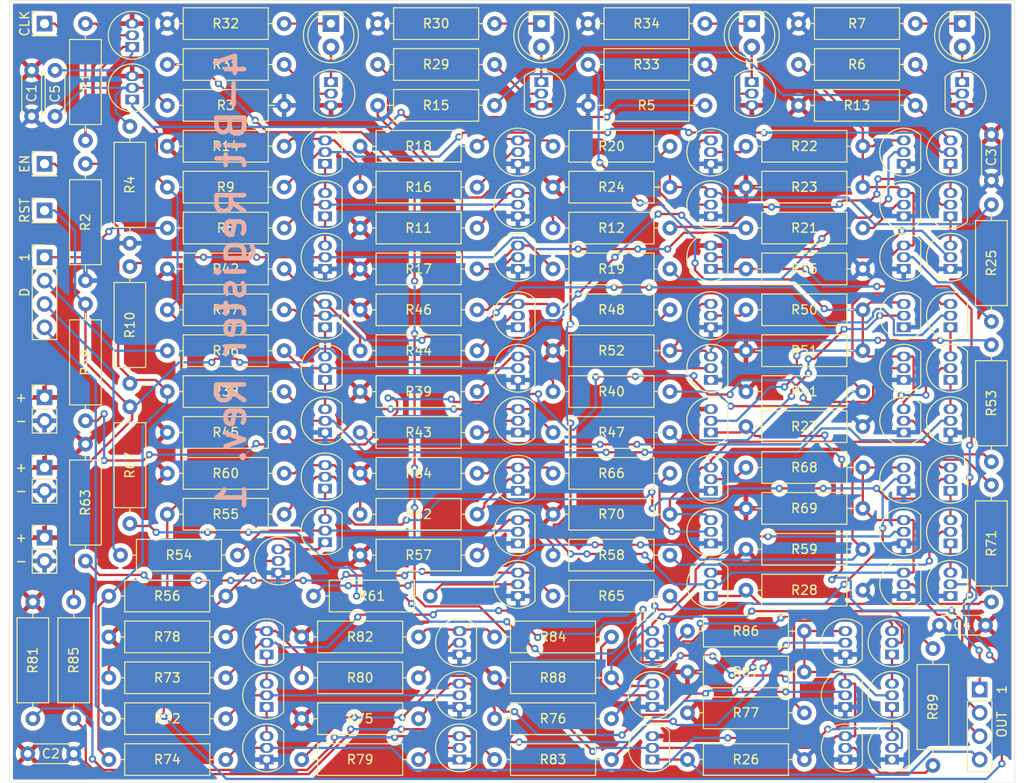
<source format=kicad_pcb>
(kicad_pcb (version 20221018) (generator pcbnew)
  (layers (0 "F.Cu" signal) (31 "B.Cu" signal) (34 "B.Paste" user) (35 "F.Paste" user) (36 "B.SilkS" user "B.Silkscreen") (37 "F.SilkS" user "F.Silkscreen") (38 "B.Mask" user) (39 "F.Mask" user) (44 "Edge.Cuts" user))
  (net 0 "")
  (net 1 "GND")
  (net 2 "VCC")
  (net 3 "Net-(Q1-E)")
  (net 4 "Net-(Q2-B)")
  (net 5 "Net-(D1-A)")
  (net 6 "Net-(D1-K)")
  (net 7 "Net-(D2-K)")
  (net 8 "Net-(D2-A)")
  (net 9 "Net-(D3-A)")
  (net 10 "Net-(D3-K)")
  (net 11 "Net-(D4-K)")
  (net 12 "Net-(D4-A)")
  (net 13 "/Clock Edge Detection/ClkIn")
  (net 14 "/D Flip Flop Bit 1/EN2")
  (net 15 "/D Flip Flop Bit 4/D")
  (net 16 "/D Flip Flop Bit 3/D")
  (net 17 "/D Flip Flop Bit 2/D")
  (net 18 "/D Flip Flop Bit 1/D")
  (net 19 "/D Flip Flop Bit 1/RST")
  (net 20 "/Buffer Out Bit 1/BufOut")
  (net 21 "/Buffer Out Bit 2/BufOut")
  (net 22 "/Buffer Out Bit 3/BufOut")
  (net 23 "/Buffer Out Bit 4/BufOut")
  (net 24 "Net-(Q1-B)")
  (net 25 "/Clock Edge Detection/EdgeOut")
  (net 26 "Net-(Q4-B)")
  (net 27 "Net-(Q5-B)")
  (net 28 "Net-(Q5-C)")
  (net 29 "Net-(Q6-C)")
  (net 30 "Net-(Q6-E)")
  (net 31 "Net-(Q11-C)")
  (net 32 "Net-(Q7-B)")
  (net 33 "Net-(Q8-C)")
  (net 34 "Net-(Q8-E)")
  (net 35 "Net-(Q10-C)")
  (net 36 "Net-(Q10-B)")
  (net 37 "Net-(Q12-C)")
  (net 38 "Net-(Q12-B)")
  (net 39 "Net-(Q13-B)")
  (net 40 "Net-(Q13-C)")
  (net 41 "Net-(Q14-B)")
  (net 42 "/Buffer Out Bit 1/D")
  (net 43 "Net-(Q15-B)")
  (net 44 "Net-(Q15-C)")
  (net 45 "Net-(Q16-B)")
  (net 46 "Net-(Q17-B)")
  (net 47 "Net-(Q18-B)")
  (net 48 "Net-(Q22-B)")
  (net 49 "/Buffer Out Bit 4/D")
  (net 50 "/Buffer Out Bit 2/D")
  (net 51 "/Buffer Out Bit 3/D")
  (net 52 "Net-(Q23-B)")
  (net 53 "Net-(Q24-B)")
  (net 54 "Net-(Q26-B)")
  (net 55 "Net-(Q26-C)")
  (net 56 "Net-(Q27-C)")
  (net 57 "Net-(Q27-E)")
  (net 58 "Net-(Q28-B)")
  (net 59 "Net-(Q28-E)")
  (net 60 "Net-(Q29-C)")
  (net 61 "Net-(Q29-E)")
  (net 62 "Net-(Q30-E)")
  (net 63 "Net-(Q31-B)")
  (net 64 "Net-(Q33-C)")
  (net 65 "Net-(Q33-B)")
  (net 66 "Net-(Q34-C)")
  (net 67 "Net-(Q34-B)")
  (net 68 "Net-(Q35-B)")
  (net 69 "Net-(Q36-C)")
  (net 70 "Net-(Q36-B)")
  (net 71 "Net-(Q37-B)")
  (net 72 "Net-(Q38-B)")
  (net 73 "Net-(Q39-B)")
  (net 74 "Net-(Q40-C)")
  (net 75 "Net-(Q40-B)")
  (net 76 "Net-(Q41-E)")
  (net 77 "Net-(Q41-C)")
  (net 78 "Net-(Q42-B)")
  (net 79 "Net-(Q42-E)")
  (net 80 "Net-(Q43-C)")
  (net 81 "Net-(Q43-E)")
  (net 82 "Net-(Q44-E)")
  (net 83 "Net-(Q45-B)")
  (net 84 "Net-(Q47-B)")
  (net 85 "Net-(Q47-C)")
  (net 86 "Net-(Q48-C)")
  (net 87 "Net-(Q48-B)")
  (net 88 "Net-(Q49-B)")
  (net 89 "Net-(Q50-B)")
  (net 90 "Net-(Q50-C)")
  (net 91 "Net-(Q51-B)")
  (net 92 "Net-(Q52-B)")
  (net 93 "Net-(Q53-B)")
  (net 94 "Net-(Q54-C)")
  (net 95 "Net-(Q54-B)")
  (net 96 "Net-(Q55-C)")
  (net 97 "Net-(Q55-E)")
  (net 98 "Net-(Q56-B)")
  (net 99 "Net-(Q56-E)")
  (net 100 "Net-(Q57-E)")
  (net 101 "Net-(Q57-C)")
  (net 102 "Net-(Q58-E)")
  (net 103 "Net-(Q59-B)")
  (net 104 "Net-(Q61-C)")
  (net 105 "Net-(Q61-B)")
  (net 106 "Net-(Q62-C)")
  (net 107 "Net-(Q62-B)")
  (net 108 "Net-(Q63-B)")
  (net 109 "Net-(Q64-C)")
  (net 110 "Net-(Q64-B)")
  (net 111 "Net-(Q65-B)")
  (net 112 "Net-(Q66-B)")
  (net 113 "Net-(Q67-B)")
  (net 114 "Net-(Q6-B)")
  (net 115 "Net-(Q27-B)")
  (net 116 "Net-(Q41-B)")
  (net 117 "Net-(Q55-B)")
  (footprint "Package_TO_SOT_THT:TO-92_Inline" (layer "F.Cu") (at 85.725 40.64 90)
    (fp_text reference "Q8" hide)
    (fp_text value "2N2222")
  )
  (footprint "Connector_PinHeader_2.54mm:PinHeader_1x02_P2.54mm_Vertical" (layer "F.Cu") (at 55.245 81.28)
    (fp_text reference "J8" hide)
    (fp_text value "Power")
  )
  (footprint "Package_TO_SOT_THT:TO-92_Inline" (layer "F.Cu") (at 85.725 81.788 90)
    (fp_text reference "Q44" hide)
    (fp_text value "2N2222")
  )
  (footprint "Package_TO_SOT_THT:TO-92_Inline" (layer "F.Cu") (at 85.725 52.07 90)
    (fp_text reference "Q10" hide)
    (fp_text value "2N2222")
  )
  (footprint "Capacitor_THT:C_Disc_D4.3mm_W1.9mm_P5.00mm" (layer "F.Cu") (at 53.848 35.48 90)
    (fp_text reference "C1")
    (fp_text value "0.1uF")
  )
  (footprint "Capacitor_THT:C_Disc_D4.3mm_W1.9mm_P5.00mm" (layer "F.Cu") (at 58.42 104.775 180)
    (fp_text reference "C2")
    (fp_text value "0.1uF")
  )
  (footprint "Capacitor_THT:C_Disc_D4.3mm_W1.9mm_P5.00mm" (layer "F.Cu") (at 158.115 42.465 90)
    (fp_text reference "C3")
    (fp_text value "0.1uF")
  )
  (footprint "Capacitor_THT:C_Disc_D4.3mm_W1.9mm_P5.00mm" (layer "F.Cu") (at 56.388 30.48 -90)
    (fp_text reference "C5")
    (fp_text value "0.1uF")
  )
  (footprint "Connector_PinHeader_2.54mm:PinHeader_1x02_P2.54mm_Vertical" (layer "F.Cu") (at 55.245 66.04)
    (fp_text reference "J6" hide)
    (fp_text value "Power")
  )
  (footprint "Connector_PinHeader_2.54mm:PinHeader_1x02_P2.54mm_Vertical" (layer "F.Cu") (at 55.245 73.66)
    (fp_text reference "J7" hide)
    (fp_text value "Power")
  )
  (footprint "Package_TO_SOT_THT:TO-92_Inline" (layer "F.Cu") (at 64.77 27.94 90)
    (fp_text reference "Q1" hide)
    (fp_text value "2N2222")
  )
  (footprint "Package_TO_SOT_THT:TO-92_Inline" (layer "F.Cu") (at 106.68 64.135 90)
    (fp_text reference "Q26" hide)
    (fp_text value "2N2222")
  )
  (footprint "Package_TO_SOT_THT:TO-92_Inline" (layer "F.Cu") (at 153.67 58.42 90)
    (fp_text reference "Q27" hide)
    (fp_text value "2N2222")
  )
  (footprint "Package_TO_SOT_THT:TO-92_Inline" (layer "F.Cu") (at 153.67 64.135 90)
    (fp_text reference "Q28" hide)
    (fp_text value "2N2222")
  )
  (footprint "Package_TO_SOT_THT:TO-92_Inline" (layer "F.Cu") (at 85.725 58.42 90)
    (fp_text reference "Q29" hide)
    (fp_text value "2N2222")
  )
  (footprint "Package_TO_SOT_THT:TO-92_Inline" (layer "F.Cu") (at 85.725 64.135 90)
    (fp_text reference "Q30" hide)
    (fp_text value "2N2222")
  )
  (footprint "Package_TO_SOT_THT:TO-92_Inline" (layer "F.Cu") (at 85.725 69.85 90)
    (fp_text reference "Q31" hide)
    (fp_text value "2N2222")
  )
  (footprint "Package_TO_SOT_THT:TO-92_Inline" (layer "F.Cu") (at 153.67 69.85 90)
    (fp_text reference "Q32" hide)
    (fp_text value "2N2222")
  )
  (footprint "Package_TO_SOT_THT:TO-92_Inline" (layer "F.Cu") (at 106.68 69.85 90)
    (fp_text reference "Q33" hide)
    (fp_text value "2N2222")
  )
  (footprint "Package_TO_SOT_THT:TO-92_Inline" (layer "F.Cu") (at 106.68 58.42 90)
    (fp_text reference "Q34" hide)
    (fp_text value "2N2222")
  )
  (footprint "Package_TO_SOT_THT:TO-92_Inline" (layer "F.Cu") (at 148.59 58.42 90)
    (fp_text reference "Q35" hide)
    (fp_text value "2N2222")
  )
  (footprint "Package_TO_SOT_THT:TO-92_Inline" (layer "F.Cu") (at 127.635 64.135 90)
    (fp_text reference "Q36" hide)
    (fp_text value "2N2222")
  )
  (footprint "Package_TO_SOT_THT:TO-92_Inline" (layer "F.Cu") (at 148.59 64.135 90)
    (fp_text reference "Q37" hide)
    (fp_text value "2N2222")
  )
  (footprint "Package_TO_SOT_THT:TO-92_Inline" (layer "F.Cu") (at 127.635 58.42 90)
    (fp_text reference "Q38" hide)
    (fp_text value "2N2222")
  )
  (footprint "Package_TO_SOT_THT:TO-92_Inline" (layer "F.Cu") (at 106.68 81.915 90)
    (fp_text reference "Q40" hide)
    (fp_text value "2N2222")
  )
  (footprint "Package_TO_SOT_THT:TO-92_Inline" (layer "F.Cu") (at 153.67 76.2 90)
    (fp_text reference "Q41" hide)
    (fp_text value "2N2222")
  )
  (footprint "Package_TO_SOT_THT:TO-92_Inline" (layer "F.Cu") (at 153.67 81.915 90)
    (fp_text reference "Q42" hide)
    (fp_text value "2N2222")
  )
  (footprint "Package_TO_SOT_THT:TO-92_Inline" (layer "F.Cu") (at 85.725 75.946 90)
    (fp_text reference "Q43" hide)
    (fp_text value "2N2222")
  )
  (footprint "Package_TO_SOT_THT:TO-92_Inline" (layer "F.Cu") (at 80.645 85.09 90)
    (fp_text reference "Q45" hide)
    (fp_text value "2N2222")
  )
  (footprint "Package_TO_SOT_THT:TO-92_Inline" (layer "F.Cu") (at 106.68 87.63 90)
    (fp_text reference "Q47" hide)
    (fp_text value "2N2222")
  )
  (footprint "Package_TO_SOT_THT:TO-92_Inline" (layer "F.Cu") (at 106.68 76.2 90)
    (fp_text reference "Q48" hide)
    (fp_text value "2N2222")
  )
  (footprint "Package_TO_SOT_THT:TO-92_Inline" (layer "F.Cu") (at 148.59 76.2 90)
    (fp_text reference "Q49" hide)
    (fp_text value "2N2222")
  )
  (footprint "Package_TO_SOT_THT:TO-92_Inline" (layer "F.Cu") (at 127.635 81.915 90)
    (fp_text reference "Q50" hide)
    (fp_text value "2N2222")
  )
  (footprint "Package_TO_SOT_THT:TO-92_Inline" (layer "F.Cu") (at 148.59 81.915 90)
    (fp_text reference "Q51" hide)
    (fp_text value "2N2222")
  )
  (footprint "Package_TO_SOT_THT:TO-92_Inline" (layer "F.Cu") (at 127.635 76.2 90)
    (fp_text reference "Q52" hide)
    (fp_text value "2N2222")
  )
  (footprint "Package_TO_SOT_THT:TO-92_Inline" (layer "F.Cu") (at 148.59 87.63 90)
    (fp_text reference "Q53" hide)
    (fp_text value "2N2222")
  )
  (footprint "Package_TO_SOT_THT:TO-92_Inline" (layer "F.Cu") (at 100.33 99.695 90)
    (fp_text reference "Q54" hide)
    (fp_text value "2N2222")
  )
  (footprint "Package_TO_SOT_THT:TO-92_Inline" (layer "F.Cu") (at 147.32 93.98 90)
    (fp_text reference "Q55" hide)
    (fp_text value "2N2222")
  )
  (footprint "Package_TO_SOT_THT:TO-92_Inline" (layer "F.Cu") (at 147.32 99.695 90)
    (fp_text reference "Q56" hide)
    (fp_text value "2N2222")
  )
  (footprint "Package_TO_SOT_THT:TO-92_Inline" (layer "F.Cu") (at 147.32 105.41 90)
    (fp_text reference "Q60" hide)
    (fp_text value "2N2222")
  )
  (footprint "Package_TO_SOT_THT:TO-92_Inline" (layer "F.Cu") (at 100.33 105.41 90)
    (fp_text reference "Q61" hide)
    (fp_text value "2N2222")
  )
  (footprint "Package_TO_SOT_THT:TO-92_Inline" (layer "F.Cu") (at 100.33 93.98 90)
    (fp_text reference "Q62" hide)
    (fp_text value "2N2222")
  )
  (footprint "Package_TO_SOT_THT:TO-92_Inline" (layer "F.Cu") (at 142.24 93.98 90)
    (fp_text reference "Q63" hide)
    (fp_text value "2N2222")
  )
  (footprint "Package_TO_SOT_THT:TO-92_Inline" (layer "F.Cu") (at 121.285 99.695 90)
    (fp_text reference "Q64" hide)
    (fp_text value "2N2222")
  )
  (footprint "Package_TO_SOT_THT:TO-92_Inline" (layer "F.Cu") (at 142.24 99.695 90)
    (fp_text reference "Q65" hide)
    (fp_text value "2N2222")
  )
  (footprint "Package_TO_SOT_THT:TO-92_Inline" (layer "F.Cu") (at 121.285 93.98 90)
    (fp_text reference "Q66" hide)
    (fp_text value "2N2222")
  )
  (footprint "Resistor_THT:R_Axial_DIN0309_L9.0mm_D3.2mm_P12.70mm_Horizontal" (layer "F.Cu") (at 59.69 25.4 -90)
    (fp_text reference "R1")
    (fp_text value "1K")
  )
  (footprint "Resistor_THT:R_Axial_DIN0309_L9.0mm_D3.2mm_P12.70mm_Horizontal" (layer "F.Cu") (at 59.69 40.64 -90)
    (fp_text reference "R2")
    (fp_text value "100")
  )
  (footprint "Resistor_THT:R_Axial_DIN0309_L9.0mm_D3.2mm_P12.70mm_Horizontal" (layer "F.Cu") (at 68.58 34.29)
    (fp_text reference "R3")
    (fp_text value "100")
  )
  (footprint "Resistor_THT:R_Axial_DIN0309_L9.0mm_D3.2mm_P12.70mm_Horizontal" (layer "F.Cu") (at 64.516 36.576 -90)
    (fp_text reference "R4")
    (fp_text value "100")
  )
  (footprint "Resistor_THT:R_Axial_DIN0309_L9.0mm_D3.2mm_P12.70mm_Horizontal" (layer "F.Cu") (at 127 34.29 180)
    (fp_text reference "R5")
    (fp_text value "1K")
  )
  (footprint "Resistor_THT:R_Axial_DIN0309_L9.0mm_D3.2mm_P12.70mm_Horizontal" (layer "F.Cu") (at 137.16 34.29)
    (fp_text reference "R13")
    (fp_text value "1K")
  )
  (footprint "Resistor_THT:R_Axial_DIN0309_L9.0mm_D3.2mm_P12.70mm_Horizontal" (layer "F.Cu") (at 68.58 38.735)
    (fp_text reference "R14")
    (fp_text value "1K")
  )
  (footprint "Resistor_THT:R_Axial_DIN0309_L9.0mm_D3.2mm_P12.70mm_Horizontal" (layer "F.Cu") (at 89.535 38.735)
    (fp_text reference "R18")
    (fp_text value "1K")
  )
  (footprint "Resistor_THT:R_Axial_DIN0309_L9.0mm_D3.2mm_P12.70mm_Horizontal" (layer "F.Cu") (at 123.19 38.735 180)
    (fp_text reference "R20")
    (fp_text value "10K")
  )
  (footprint "Resistor_THT:R_Axial_DIN0309_L9.0mm_D3.2mm_P12.70mm_Horizontal" (layer "F.Cu") (at 158.115 57.785 90)
    (fp_text reference "R25")
    (fp_text value "10K")
  )
  (footprint "Resistor_THT:R_Axial_DIN0309_L9.0mm_D3.2mm_P12.70mm_Horizontal" (layer "F.Cu") (at 81.28 60.96 180)
    (fp_text reference "R36")
    (fp_text value "10K")
  )
  (footprint "Resistor_THT:R_Axial_DIN0309_L9.0mm_D3.2mm_P12.70mm_Horizontal" (layer "F.Cu") (at 81.28 56.515 180)
    (fp_text reference "R37")
    (fp_text value "10K")
  )
  (footprint "Resistor_THT:R_Axial_DIN0309_L9.0mm_D3.2mm_P12.70mm_Horizontal" (layer "F.Cu") (at 81.28 65.405 180)
    (fp_text reference "R38")
    (fp_text value "10K")
  )
  (footprint "Resistor_THT:R_Axial_DIN0309_L9.0mm_D3.2mm_P12.70mm_Horizontal" (layer "F.Cu") (at 89.535 65.405)
    (fp_text reference "R39")
    (fp_text value "1K")
  )
  (footprint "Resistor_THT:R_Axial_DIN0309_L9.0mm_D3.2mm_P12.70mm_Horizontal" (layer "F.Cu") (at 123.19 65.405 180)
    (fp_text reference "R40")
    (fp_text value "10K")
  )
  (footprint "Resistor_THT:R_Axial_DIN0309_L9.0mm_D3.2mm_P12.70mm_Horizontal" (layer "F.Cu") (at 131.445 65.405)
    (fp_text reference "R41")
    (fp_text value "1K")
  )
  (footprint "Resistor_THT:R_Axial_DIN0309_L9.0mm_D3.2mm_P12.70mm_Horizontal" (layer "F.Cu") (at 68.58 52.07)
    (fp_text reference "R42")
    (fp_text value "1K")
  )
  (footprint "Resistor_THT:R_Axial_DIN0309_L9.0mm_D3.2mm_P12.70mm_Horizontal" (layer "F.Cu") (at 102.235 69.85 180)
    (fp_text reference "R43")
    (fp_text value "10K")
  )
  (footprint "Resistor_THT:R_Axial_DIN0309_L9.0mm_D3.2mm_P12.70mm_Horizontal" (layer "F.Cu") (at 102.235 60.96 180)
    (fp_text reference "R44")
    (fp_text value "10K")
  )
  (footprint "Resistor_THT:R_Axial_DIN0309_L9.0mm_D3.2mm_P12.70mm_Horizontal" (layer "F.Cu") (at 68.58 69.85)
    (fp_text reference "R45")
    (fp_text value "1K")
  )
  (footprint "Resistor_THT:R_Axial_DIN0309_L9.0mm_D3.2mm_P12.70mm_Horizontal" (layer "F.Cu") (at 89.535 56.515)
    (fp_text reference "R46")
    (fp_text value "1K")
  )
  (footprint "Resistor_THT:R_Axial_DIN0309_L9.0mm_D3.2mm_P12.70mm_Horizontal" (layer "F.Cu") (at 123.19 69.85 180)
    (fp_text reference "R47")
    (fp_text value "10K")
  )
  (footprint "Resistor_THT:R_Axial_DIN0309_L9.0mm_D3.2mm_P12.70mm_Horizontal" (layer "F.Cu") (at 123.19 56.515 180)
    (fp_text reference "R48")
    (fp_text value "10K")
  )
  (footprint "Resistor_THT:R_Axial_DIN0309_L9.0mm_D3.2mm_P12.70mm_Horizontal" (layer "F.Cu") (at 59.69 68.58 90)
    (fp_text reference "R49")
    (fp_text value "10K")
  )
  (footprint "Resistor_THT:R_Axial_DIN0309_L9.0mm_D3.2mm_P12.70mm_Horizontal" (layer "F.Cu") (at 144.145 56.515 180)
    (fp_text reference "R50")
    (fp_text value "10K")
  )
  (footprint "Resistor_THT:R_Axial_DIN0309_L9.0mm_D3.2mm_P12.70mm_Horizontal" (layer "F.Cu") (at 144.145 60.96 180)
    (fp_text reference "R51")
    (fp_text value "1K")
  )
  (footprint "Resistor_THT:R_Axial_DIN0309_L9.0mm_D3.2mm_P12.70mm_Horizontal" (layer "F.Cu") (at 110.49 60.96)
    (fp_text reference "R52")
    (fp_text value "1K")
  )
  (footprint "Resistor_THT:R_Axial_DIN0309_L9.0mm_D3.2mm_P12.70mm_Horizontal" (layer "F.Cu") (at 158.115 73.025 90)
    (fp_text reference "R53")
    (fp_text value "10K")
  )
  (footprint "Resistor_THT:R_Axial_DIN0309_L9.0mm_D3.2mm_P12.70mm_Horizontal" (layer "F.Cu") (at 76.2 83.185 180)
    (fp_text reference "R54")
    (fp_text value "10K")
  )
  (footprint "Resistor_THT:R_Axial_DIN0309_L9.0mm_D3.2mm_P12.70mm_Horizontal" (layer "F.Cu") (at 81.28 78.74 180)
    (fp_text reference "R55")
    (fp_text value "10K")
  )
  (footprint "Resistor_THT:R_Axial_DIN0309_L9.0mm_D3.2mm_P12.70mm_Horizontal" (layer "F.Cu") (at 89.535 83.185)
    (fp_text reference "R57")
    (fp_text value "1K")
  )
  (footprint "Resistor_THT:R_Axial_DIN0309_L9.0mm_D3.2mm_P12.70mm_Horizontal" (layer "F.Cu") (at 123.19 83.185 180)
    (fp_text reference "R58")
    (fp_text value "10K")
  )
  (footprint "Resistor_THT:R_Axial_DIN0309_L9.0mm_D3.2mm_P12.70mm_Horizontal" (layer "F.Cu") (at 131.445 82.55)
    (fp_text reference "R59")
    (fp_text value "1K")
  )
  (footprint "Resistor_THT:R_Axial_DIN0309_L9.0mm_D3.2mm_P12.70mm_Horizontal" (layer "F.Cu") (at 68.58 74.295)
    (fp_text reference "R60")
    (fp_text value "1K")
  )
  (footprint "Resistor_THT:R_Axial_DIN0309_L9.0mm_D3.2mm_P12.70mm_Horizontal" (layer "F.Cu") (at 97.155 87.63 180)
    (fp_text reference "R61")
    (fp_text value "10K")
  )
  (footprint "Resistor_THT:R_Axial_DIN0309_L9.0mm_D3.2mm_P12.70mm_Horizontal" (layer "F.Cu") (at 102.235 78.74 180)
    (fp_text reference "R62")
    (fp_text value "10K")
  )
  (footprint "Resistor_THT:R_Axial_DIN0309_L9.0mm_D3.2mm_P12.70mm_Horizontal" (layer "F.Cu") (at 59.69 71.12 -90)
    (fp_text reference "R63")
    (fp_text value "1K")
  )
  (footprint "Resistor_THT:R_Axial_DIN0309_L9.0mm_D3.2mm_P12.70mm_Horizontal" (layer "F.Cu") (at 89.535 74.295)
    (fp_text reference "R64")
    (fp_text value "1K")
  )
  (footprint "Resistor_THT:R_Axial_DIN0309_L9.0mm_D3.2mm_P12.70mm_Horizontal" (layer "F.Cu") (at 123.19 87.63 180)
    (fp_text reference "R65")
    (fp_text value "10K")
  )
  (footprint "Resistor_THT:R_Axial_DIN0309_L9.0mm_D3.2mm_P12.70mm_Horizontal" (layer "F.Cu") (at 123.19 74.295 180)
    (fp_text reference "R66")
    (fp_text value "10K")
  )
  (footprint "Resistor_THT:R_Axial_DIN0309_L9.0mm_D3.2mm_P12.70mm_Horizontal" (layer "F.Cu") (at 144.145 73.66 180)
    (fp_text reference "R68")
    (fp_text value "10K")
  )
  (footprint "Resistor_THT:R_Axial_DIN0309_L9.0mm_D3.2mm_P12.70mm_Horizontal" (layer "F.Cu") (at 144.145 78.105 180)
    (fp_text reference "R69")
    (fp_text value "1K")
  )
  (footprint "Resistor_THT:R_Axial_DIN0309_L9.0mm_D3.2mm_P12.70mm_Horizontal" (layer "F.Cu") (at 110.49 78.74)
    (fp_text reference "R70")
    (fp_text value "1K")
  )
  (footprint "Resistor_THT:R_Axial_DIN0309_L9.0mm_D3.2mm_P12.70mm_Horizontal" (layer "F.Cu") (at 158.115 88.265 90)
    (fp_text reference "R71")
    (fp_text value "10K")
  )
  (footprint "Resistor_THT:R_Axial_DIN0309_L9.0mm_D3.2mm_P12.70mm_Horizontal" (layer "F.Cu") (at 83.185 100.965)
    (fp_text reference "R75")
    (fp_text value "1K")
  )
  (footprint "Resistor_THT:R_Axial_DIN0309_L9.0mm_D3.2mm_P12.70mm_Horizontal" (layer "F.Cu") (at 116.84 100.965 180)
    (fp_text reference "R76")
    (fp_text value "10K")
  )
  (footprint "Resistor_THT:R_Axial_DIN0309_L9.0mm_D3.2mm_P12.70mm_Horizontal" (layer "F.Cu") (at 125.095 100.33)
    (fp_text reference "R77")
    (fp_text value "1K")
  )
  (footprint "Resistor_THT:R_Axial_DIN0309_L9.0mm_D3.2mm_P12.70mm_Horizontal" (layer "F.Cu") (at 95.885 105.41 180)
    (fp_text reference "R79")
    (fp_text value "10K")
  )
  (footprint "Resistor_THT:R_Axial_DIN0309_L9.0mm_D3.2mm_P12.70mm_Horizontal" (layer "F.Cu") (at 95.885 96.52 180)
    (fp_text reference "R80")
    (fp_text value "10K")
  )
  (footprint "Resistor_THT:R_Axial_DIN0309_L9.0mm_D3.2mm_P12.70mm_Horizontal" (layer "F.Cu") (at 83.185 92.075)
    (fp_text reference "R82")
    (fp_text value "1K")
  )
  (footprint "Resistor_THT:R_Axial_DIN0309_L9.0mm_D3.2mm_P12.70mm_Horizontal" (layer "F.Cu") (at 116.84 105.41 180)
    (fp_text reference "R83")
    (fp_text value "10K")
  )
  (footprint "Resistor_THT:R_Axial_DIN0309_L9.0mm_D3.2mm_P12.70mm_Horizontal" (layer "F.Cu") (at 116.84 92.075 180)
    (fp_text reference "R84")
    (fp_text value "10K")
  )
  (footprint "Resistor_THT:R_Axial_DIN0309_L9.0mm_D3.2mm_P12.70mm_Horizontal" (layer "F.Cu") (at 58.42 100.965 90)
    (fp_text reference "R85")
    (fp_text value "10K")
  )
  (footprint "Resistor_THT:R_Axial_DIN0309_L9.0mm_D3.2mm_P12.70mm_Horizontal" (layer "F.Cu") (at 137.795 95.885 180)
    (fp_text reference "R87")
    (fp_text value "1K")
  )
  (footprint "Resistor_THT:R_Axial_DIN0309_L9.0mm_D3.2mm_P12.70mm_Horizontal" (layer "F.Cu") (at 104.14 96.52)
    (fp_text reference "R88")
    (fp_text value "1K")
  )
  (footprint "Resistor_THT:R_Axial_DIN0309_L9.0mm_D3.2mm_P12.70mm_Horizontal" (layer "F.Cu") (at 151.765 106.045 90)
    (fp_text reference "R89")
    (fp_text value "10K")
  )
  (footprint "Package_TO_SOT_THT:TO-92_Inline" (layer "F.Cu") (at 142.24 105.41 90)
    (fp_text reference "Q67" hide)
    (fp_text value "2N2222")
  )
  (footprint "Package_TO_SOT_THT:TO-92_Inline" (layer "F.Cu") (at 153.67 87.63 90)
    (fp_text reference "Q46" hide)
    (fp_text value "2N2222")
  )
  (footprint "Package_TO_SOT_THT:TO-92_Inline" (layer "F.Cu") (at 148.59 69.85 90)
    (fp_text reference "Q39" hide)
    (fp_text value "2N2222")
  )
  (footprint "Package_TO_SOT_THT:TO-92_Inline" (layer "F.Cu") (at 153.67 52.07 90)
    (fp_text reference "Q11" hide)
    (fp_text value "2N2222")
  )
  (footprint "Resistor_THT:R_Axial_DIN0309_L9.0mm_D3.2mm_P12.70mm_Horizontal" (layer "F.Cu") (at 53.975 88.265 -90)
    (fp_text reference "R81")
    (fp_text value "1K")
  )
  (footprint "Capacitor_THT:C_Disc_D4.3mm_W1.9mm_P5.00mm" (layer "F.Cu") (at 152.48 90.805)
    (fp_text reference "C4")
    (fp_text value "0.1uF")
  )
  (footprint "Package_TO_SOT_THT:TO-92_Inline" (layer "F.Cu") (at 79.375 105.41 90)
    (fp_text reference "Q59" hide)
    (fp_text value "2N2222")
  )
  (footprint "Resistor_THT:R_Axial_DIN0309_L9.0mm_D3.2mm_P12.70mm_Horizontal" (layer "F.Cu") (at 68.58 25.4)
    (fp_text reference "R32")
    (fp_text value "1K")
  )
  (footprint "Resistor_THT:R_Axial_DIN0309_L9.0mm_D3.2mm_P12.70mm_Horizontal" (layer "F.Cu") (at 114.3 25.4)
    (fp_text reference "R34")
    (fp_text value "1K")
  )
  (footprint "Resistor_THT:R_Axial_DIN0309_L9.0mm_D3.2mm_P12.70mm_Horizontal" (layer "F.Cu") (at 137.16 25.4)
    (fp_text reference "R7")
    (fp_text value "1K")
  )
  (footprint "Resistor_THT:R_Axial_DIN0309_L9.0mm_D3.2mm_P12.70mm_Horizontal" (layer "F.Cu") (at 144.145 69.215 180)
    (fp_text reference "R27")
    (fp_text value "1K")
  )
  (footprint "Resistor_THT:R_Axial_DIN0309_L9.0mm_D3.2mm_P12.70mm_Horizontal" (layer "F.Cu") (at 137.795 105.41 180)
    (fp_text reference "R26")
    (fp_text value "1K")
  )
  (footprint "Resistor_THT:R_Axial_DIN0309_L9.0mm_D3.2mm_P12.70mm_Horizontal" (layer "F.Cu") (at 104.14 29.845 180)
    (fp_text reference "R29")
    (fp_text value "10K")
  )
  (footprint "Resistor_THT:R_Axial_DIN0309_L9.0mm_D3.2mm_P12.70mm_Horizontal" (layer "F.Cu") (at 81.28 29.845 180)
    (fp_text reference "R31")
    (fp_text value "10K")
  )
  (footprint "Resistor_THT:R_Axial_DIN0309_L9.0mm_D3.2mm_P12.70mm_Horizontal" (layer "F.Cu") (at 91.44 25.4)
    (fp_text reference "R30")
    (fp_text value "1K")
  )
  (footprint "Resistor_THT:R_Axial_DIN0309_L9.0mm_D3.2mm_P12.70mm_Horizontal" (layer "F.Cu") (at 144.145 86.995 180)
    (fp_text reference "R28")
    (fp_text value "1K")
  )
  (footprint "Resistor_THT:R_Axial_DIN0309_L9.0mm_D3.2mm_P12.70mm_Horizontal" (layer "F.Cu") (at 127 29.845 180)
    (fp_text reference "R33")
    (fp_text value "10K")
  )
  (footprint "Resistor_THT:R_Axial_DIN0309_L9.0mm_D3.2mm_P12.70mm_Horizontal" (layer "F.Cu") (at 149.86 29.845 180)
    (fp_text reference "R6")
    (fp_text value "10K")
  )
  (footprint "Package_TO_SOT_THT:TO-92_Inline" (layer "F.Cu") (at 132.08 31.75 -90)
    (fp_text reference "Q24" hide)
    (fp_text value "2N2222")
  )
  (footprint "Package_TO_SOT_THT:TO-92_Inline" (layer "F.Cu") (at 86.36 31.75 -90)
    (fp_text reference "Q23" hide)
    (fp_text value "2N2222")
  )
  (footprint "Package_TO_SOT_THT:TO-92_Inline" (layer "F.Cu") (at 109.22 31.75 -90)
    (fp_text reference "Q22" hide)
    (fp_text value "2N2222")
  )
  (footprint "Package_TO_SOT_THT:TO-92_Inline" (layer "F.Cu") (at 127.635 69.85 90)
    (fp_text reference "Q20" hide)
    (fp_text value "2N2222")
  )
  (footprint "Package_TO_SOT_THT:TO-92_Inline" (layer "F.Cu") (at 127.635 87.63 90)
    (fp_text reference "Q21" hide)
    (fp_text value "2N2222")
  )
  (footprint "Package_TO_SOT_THT:TO-92_Inline" (layer "F.Cu") (at 121.285 105.41 90)
    (fp_text reference "Q19" hide)
    (fp_text value "2N2222")
  )
  (footprint "Package_TO_SOT_THT:TO-92_Inline" (layer "F.Cu") (at 154.94 31.75 -90)
    (fp_text reference "Q4" hide)
    (fp_text value "2N2222")
  )
  (footprint "LED_THT:LED_D5.0mm" (layer "F.Cu") (at 132.08 25.4 -90)
    (fp_text reference "D4" hide)
    (fp_text value "LED")
  )
  (footprint "LED_THT:LED_D5.0mm" (layer "F.Cu") (at 86.36 25.4 -90)
    (fp_text reference "D3" hide)
    (fp_text value "LED")
  )
  (footprint "LED_THT:LED_D5.0mm" (layer "F.Cu") (at 109.22 25.4 -90)
    (fp_text reference "D2" hide)
    (fp_text value "LED")
  )
  (footprint "LED_THT:LED_D5.0mm" (layer "F.Cu") (at 154.94 25.4 -90)
    (fp_text reference "D1" hide)
    (fp_text value "LED")
  )
  (footprint "Resistor_THT:R_Axial_DIN0309_L9.0mm_D3.2mm_P12.70mm_Horizontal" (layer "F.Cu") (at 74.93 105.41 180)
    (fp_text reference "R74")
    (fp_text value "10K")
  )
  (footprint "Resistor_THT:R_Axial_DIN0309_L9.0mm_D3.2mm_P12.70mm_Horizontal" (layer "F.Cu") (at 74.93 96.52 180)
    (fp_text reference "R73")
    (fp_text value "10K")
  )
  (footprint "Resistor_THT:R_Axial_DIN0309_L9.0mm_D3.2mm_P12.70mm_Horizontal" (layer "F.Cu") (at 62.23 92.075)
    (fp_text reference "R78")
    (fp_text value "1K")
  )
  (footprint "Resistor_THT:R_Axial_DIN0309_L9.0mm_D3.2mm_P12.70mm_Horizontal" (layer "F.Cu") (at 74.93 100.965 180)
    (fp_text reference "R72")
    (fp_text value "10K")
  )
  (footprint "Resistor_THT:R_Axial_DIN0309_L9.0mm_D3.2mm_P12.70mm_Horizontal" (layer "F.Cu") (at 74.93 87.63 180)
    (fp_text reference "R56")
    (fp_text value "10K")
  )
  (footprint "Package_TO_SOT_THT:TO-92_Inline" (layer "F.Cu") (at 79.375 99.695 90)
    (fp_text reference "Q58" hide)
    (fp_text value "2N2222")
  )
  (footprint "Package_TO_SOT_THT:TO-92_Inline" (layer "F.Cu") (at 79.375 93.98 90)
    (fp_text reference "Q57" hide)
    (fp_text value "2N2222")
  )
  (footprint "Resistor_THT:R_Axial_DIN0309_L9.0mm_D3.2mm_P12.70mm_Horizontal" (layer "F.Cu") (at 137.795 91.44 180)
    (fp_text reference "R86")
    (fp_text value "10K")
  )
  (footprint "Resistor_THT:R_Axial_DIN0309_L9.0mm_D3.2mm_P12.70mm_Horizontal" (layer "F.Cu") (at 144.145 38.735 180)
    (fp_text reference "R22")
    (fp_text value "10K")
  )
  (footprint "Resistor_THT:R_Axial_DIN0309_L9.0mm_D3.2mm_P12.70mm_Horizontal" (layer "F.Cu") (at 81.28 43.18 180)
    (fp_text reference "R9")
    (fp_text value "10K")
  )
  (footprint "Resistor_THT:R_Axial_DIN0309_L9.0mm_D3.2mm_P12.70mm_Horizontal" (layer "F.Cu") (at 102.235 43.18 180)
    (fp_text reference "R16")
    (fp_text value "10K")
  )
  (footprint "Resistor_THT:R_Axial_DIN0309_L9.0mm_D3.2mm_P12.70mm_Horizontal" (layer "F.Cu") (at 89.535 47.625)
    (fp_text reference "R11")
    (fp_text value "1K")
  )
  (footprint "Resistor_THT:R_Axial_DIN0309_L9.0mm_D3.2mm_P12.70mm_Horizontal" (layer "F.Cu") (at 144.145 43.18 180)
    (fp_text reference "R23")
    (fp_text value "1K")
  )
  (footprint "Resistor_THT:R_Axial_DIN0309_L9.0mm_D3.2mm_P12.70mm_Horizontal" (layer "F.Cu") (at 89.535 52.07)
    (fp_text reference "R17")
    (fp_text value "1K")
  )
  (footprint "Resistor_THT:R_Axial_DIN0309_L9.0mm_D3.2mm_P12.70mm_Horizontal" (layer "F.Cu") (at 110.49 43.18)
    (fp_text reference "R24")
    (fp_text value "1K")
  )
  (footprint "Resistor_THT:R_Axial_DIN0309_L9.0mm_D3.2mm_P12.70mm_Horizontal" (layer "F.Cu") (at 144.145 47.625 180)
    (fp_text reference "R21")
    (fp_text value "10K")
  )
  (footprint "Resistor_THT:R_Axial_DIN0309_L9.0mm_D3.2mm_P12.70mm_Horizontal" (layer "F.Cu") (at 64.516 51.816 -90)
    (fp_text reference "R10")
    (fp_text value "10K")
  )
  (footprint "Resistor_THT:R_Axial_DIN0309_L9.0mm_D3.2mm_P12.70mm_Horizontal" (layer "F.Cu") (at 144.145 52.07 180)
    (fp_text reference "R35")
    (fp_text value "1K")
  )
  (footprint "Resistor_THT:R_Axial_DIN0309_L9.0mm_D3.2mm_P12.70mm_Horizontal" (layer "F.Cu") (at 123.19 47.625 180)
    (fp_text reference "R12")
    (fp_text value "10K")
  )
  (footprint "Resistor_THT:R_Axial_DIN0309_L9.0mm_D3.2mm_P12.70mm_Horizontal" (layer "F.Cu") (at 81.28 47.625 180)
    (fp_text reference "R8")
    (fp_text value "10K")
  )
  (footprint "Resistor_THT:R_Axial_DIN0309_L9.0mm_D3.2mm_P12.70mm_Horizontal" (layer "F.Cu") (at 123.19 52.07 180)
    (fp_text reference "R19")
    (fp_text value "10K")
  )
  (footprint "Package_TO_SOT_THT:TO-92_Inline" (layer "F.Cu") (at 127.635 40.64 90)
    (fp_text reference "Q17" hide)
    (fp_text value "2N2222")
  )
  (footprint "Package_TO_SOT_THT:TO-92_Inline" (layer "F.Cu") (at 127.635 52.07 90)
    (fp_text reference "Q25" hide)
    (fp_text value "2N2222")
  )
  (footprint "Package_TO_SOT_THT:TO-92_Inline" (layer "F.Cu") (at 148.59 52.07 90)
    (fp_text reference "Q18" hide)
    (fp_text value "2N2222")
  )
  (footprint "Package_TO_SOT_THT:TO-92_Inline" (layer "F.Cu") (at 127.635 46.355 90)
    (fp_text reference "Q15" hide)
    (fp_text value "2N2222")
  )
  (footprint "Package_TO_SOT_THT:TO-92_Inline" (layer "F.Cu") (at 106.68 52.07 90)
    (fp_text reference "Q12" hide)
    (fp_text value "2N2222")
  )
  (footprint "Package_TO_SOT_THT:TO-92_Inline" (layer "F.Cu") (at 148.59 40.64 90)
    (fp_text reference "Q14" hide)
    (fp_text value "2N2222")
  )
  (footprint "Package_TO_SOT_THT:TO-92_Inline" (layer "F.Cu") (at 106.68 40.64 90)
    (fp_text reference "Q13" hide)
    (fp_text value "2N2222")
  )
  (footprint "Package_TO_SOT_THT:TO-92_Inline" (layer "F.Cu") (at 148.59 46.355 90)
    (fp_text reference "Q16" hide)
    (fp_text value "2N2222")
  )
  (footprint "Package_TO_SOT_THT:TO-92_Inline" (layer "F.Cu") (at 85.725 46.355 90)
    (fp_text reference "Q9" hide)
    (fp_text value "2N2222")
  )
  (footprint "Package_TO_SOT_THT:TO-92_Inline" (layer "F.Cu") (at 106.68 46.355 90)
    (fp_text reference "Q5" hide)
    (fp_text value "2N2222")
  )
  (footprint "Package_TO_SOT_THT:TO-92_Inline" (layer "F.Cu") (at 153.67 46.355 90)
    (fp_text reference "Q7" hide)
    (fp_text value "2N2222")
  )
  (footprint "Package_TO_SOT_THT:TO-92_Inline" (layer "F.Cu") (at 153.67 40.64 90)
    (fp_text reference "Q6" hide)
    (fp_text value "2N2222")
  )
  (footprint "Resistor_THT:R_Axial_DIN0309_L9.0mm_D3.2mm_P12.70mm_Horizontal" (layer "F.Cu") (at 91.44 34.29)
    (fp_text reference "R15")
    (fp_text value "10K")
  )
  (footprint "Resistor_THT:R_Axial_DIN0309_L9.0mm_D3.2mm_P12.70mm_Horizontal" (layer "F.Cu") (at 64.516 79.756 90)
    (fp_text reference "R67")
    (fp_text value "10K")
  )
  (footprint "Package_TO_SOT_THT:TO-92_Inline" (layer "F.Cu") (at 64.77 33.655 90)
    (fp_text reference "Q2" hide)
    (fp_text value "2N2222")
  )
  (footprint "Connector_PinHeader_2.54mm:PinHeader_1x01_P2.54mm_Vertical" (layer "F.Cu") (at 55.245 45.72)
    (fp_text reference "J4" hide)
    (fp_text value "RST")
  )
  (footprint "Connector_PinHeader_2.54mm:PinHeader_1x04_P2.54mm_Vertical" (layer "F.Cu") (at 156.845 97.79)
    (fp_text reference "J5" hide)
    (fp_text value "OUT")
  )
  (footprint "Connector_PinHeader_2.54mm:PinHeader_1x04_P2.54mm_Vertical" (layer "F.Cu") (at 55.245 50.8)
    (fp_text reference "J3" hide)
    (fp_text value "D")
  )
  (footprint "Connector_PinHeader_2.54mm:PinHeader_1x01_P2.54mm_Vertical" (layer "F.Cu") (at 55.245 25.4)
    (fp_text reference "J1" hide)
    (fp_text value "CLK")
  )
  (footprint "Connector_PinHeader_2.54mm:PinHeader_1x01_P2.54mm_Vertical" (layer "F.Cu") (at 55.245 40.64)
    (fp_text reference "J2" hide)
    (fp_text value "EN")
  )
  (gr_line (start 160.655 22.86) (end 160.655 107.95) (stroke (width 0.05)) (layer "Edge.Cuts"))
  (gr_line (start 159.385 107.95) (end 160.655 107.95) (stroke (width 0.05)) (layer "Edge.Cuts"))
  (gr_line (start 51.435 107.95) (end 159.385 107.95) (stroke (width 0.05)) (layer "Edge.Cuts"))
  (gr_line (start 51.435 22.86) (end 51.435 107.95) (stroke (width 0.05)) (layer "Edge.Cuts"))
  (gr_line (start 51.435 22.86) (end 160.655 22.86) (stroke (width 0.05)) (layer "Edge.Cuts"))
  (gr_text "4-Bit Register Rev. 1" (at 75.565 53.34 90) (layer "B.SilkS") (effects (font (size 3 3) (thickness 0.5)) (justify mirror)))
  (gr_text "+" (at 52.705 73.66) (layer "F.SilkS") (effects (font (size 1 1))))
  (gr_text "+" (at 52.705 81.28) (layer "F.SilkS") (effects (font (size 1 1))))
  (gr_text "-" (at 52.705 83.82) (layer "F.SilkS") (effects (font (size 1 1))))
  (gr_text "-" (at 52.705 76.2) (layer "F.SilkS") (effects (font (size 1 1))))
  (gr_text "-" (at 52.705 68.58) (layer "F.SilkS") (effects (font (size 1 1))))
  (gr_text "1" (at 159.258 97.79 90) (layer "F.SilkS") (effects (font (size 1 1))))
  (gr_text "+" (at 52.705 66.04) (layer "F.SilkS") (effects (font (size 1 1))))
  (gr_text "1" (at 53.086 50.8 90) (layer "F.SilkS") (effects (font (size 1 1))))
  (segment (start 63.77 27.94) (end 61.341 30.369) (width 0.25) (layer "F.Cu") (net 3))
  (segment (start 61.341 39.751) (end 62.23 40.64) (width 0.25) (layer "F.Cu") (net 3))
  (segment (start 59.69 40.64) (end 62.23 40.64) (width 0.25) (layer "F.Cu") (net 3))
  (segment (start 61.341 30.369) (end 61.341 39.751) (width 0.25) (layer "F.Cu") (net 3))
  (segment (start 64.77 27.94) (end 63.77 27.94) (width 0.25) (layer "F.Cu") (net 3))
  (segment (start 63.005 30.48) (end 64.77 28.715) (width 0.25) (layer "B.Cu") (net 3))
  (segment (start 56.388 30.48) (end 63.005 30.48) (width 0.25) (layer "B.Cu") (net 3))
  (segment (start 64.77 28.715) (end 64.77 27.94) (width 0.25) (layer "B.Cu") (net 3))
  (segment (start 66.675 32.385) (end 64.77 32.385) (width 0.25) (layer "F.Cu") (net 4))
  (segment (start 68.58 34.29) (end 66.675 32.385) (width 0.25) (layer "F.Cu") (net 4))
  (segment (start 62.992 33.163) (end 63.77 32.385) (width 0.25) (layer "B.Cu") (net 4))
  (segment (start 56.388 35.48) (end 59.483 32.385) (width 0.25) (layer "B.Cu") (net 4))
  (segment (start 63.77 32.385) (end 64.77 32.385) (width 0.25) (layer "B.Cu") (net 4))
  (segment (start 68.800846 34.510846) (end 68.58 34.29) (width 0.25) (layer "B.Cu") (net 4))
  (segment (start 64.516 36.576) (end 62.992 35.052) (width 0.25) (layer "B.Cu") (net 4))
  (segment (start 59.483 32.385) (end 64.77 32.385) (width 0.25) (layer "B.Cu") (net 4))
  (segment (start 62.992 35.052) (end 62.992 33.163) (width 0.25) (layer "B.Cu") (net 4))
  (segment (start 154.94 27.94) (end 154.94 31.75) (width 0.25) (layer "F.Cu") (net 5))
  (segment (start 149.86 25.4) (end 154.94 25.4) (width 0.25) (layer "F.Cu") (net 6))
  (segment (start 104.14 25.4) (end 109.22 25.4) (width 0.25) (layer "F.Cu") (net 7))
  (segment (start 109.22 27.94) (end 109.22 31.75) (width 0.25) (layer "F.Cu") (net 8))
  (segment (start 86.36 27.94) (end 86.36 31.75) (width 0.25) (layer "F.Cu") (net 9))
  (segment (start 81.28 25.4) (end 86.36 25.4) (width 0.25) (layer "F.Cu") (net 10))
  (segment (start 127 25.4) (end 132.08 25.4) (width 0.25) (layer "F.Cu") (net 11))
  (segment (start 132.08 27.94) (end 132.08 31.75) (width 0.25) (layer "F.Cu") (net 12))
  (segment (start 55.245 25.4) (end 56.345 25.4) (width 0.25) (layer "F.Cu") (net 13))
  (segment (start 59.69 28.745) (end 59.69 38.1) (width 0.25) (layer "F.Cu") (net 13))
  (segment (start 56.345 25.4) (end 59.69 28.745) (width 0.25) (layer "F.Cu") (net 13))
  (segment (start 61.104999 104.284999) (end 62.23 105.41) (width 0.25) (layer "F.Cu") (net 14))
  (segment (start 55.245 40.64) (end 56.345 40.64) (width 0.25) (layer "F.Cu") (net 14))
  (segment (start 64.77 64.135) (end 67.31 64.135) (width 0.25) (layer "F.Cu") (net 14))
  (segment (start 63.246 47.541) (end 63.246 62.611) (width 0.25) (layer "F.Cu") (net 14))
  (segment (start 61.104999 88.755001) (end 61.104999 104.284999) (width 0.25) (layer "F.Cu") (net 14))
  (segment (start 56.345 40.64) (end 63.246 47.541) (width 0.25) (layer "F.Cu") (net 14))
  (segment (start 63.246 62.611) (end 64.77 64.135) (width 0.25) (layer "F.Cu") (net 14))
  (segment (start 62.23 87.63) (end 61.104999 88.755001) (width 0.25) (layer "F.Cu") (net 14))
  (segment (start 67.31 64.135) (end 68.58 65.405) (width 0.25) (layer "F.Cu") (net 14))
  (segment (start 65.895001 83.964999) (end 62.23 87.63) (width 0.25) (layer "B.Cu") (net 14))
  (segment (start 68.58 65.405) (end 68.58 66.53637) (width 0.25) (layer "B.Cu") (net 14))
  (segment (start 65.895001 69.221369) (end 65.895001 83.964999) (width 0.25) (layer "B.Cu") (net 14))
  (segment (start 68.58 66.53637) (end 65.895001 69.221369) (width 0.25) (layer "B.Cu") (net 14))
  (segment (start 55.245 58.42) (end 55.118 58.547) (width 0.25) (layer "B.Cu") (net 15))
  (segment (start 60.815001 64.244001) (end 60.815001 99.550001) (width 0.25) (layer "B.Cu") (net 15))
  (segment (start 60.815001 99.550001) (end 62.23 100.965) (width 0.25) (layer "B.Cu") (net 15))
  (segment (start 55.118 58.547) (end 60.815001 64.244001) (width 0.25) (layer "B.Cu") (net 15))
  (segment (start 62.738 82.423) (end 63.5 83.185) (width 0.25) (layer "B.Cu") (net 16))
  (segment (start 62.738 63.373) (end 62.738 82.423) (width 0.25) (layer "B.Cu") (net 16))
  (segment (start 55.245 55.88) (end 62.738 63.373) (width 0.25) (layer "B.Cu") (net 16))
  (segment (start 55.245 53.34) (end 55.245 53.467) (width 0.25) (layer "F.Cu") (net 17))
  (segment (start 55.245 53.34) (end 62.865 60.96) (width 0.25) (layer "B.Cu") (net 17))
  (segment (start 62.865 60.96) (end 68.58 60.96) (width 0.25) (layer "B.Cu") (net 17))
  (segment (start 59.435994 50.8) (end 62.229994 48.006) (width 0.25) (layer "F.Cu") (net 18))
  (segment (start 55.245 50.8) (end 59.435994 50.8) (width 0.25) (layer "F.Cu") (net 18))
  (via (at 62.229994 48.006) (size 0.8) (drill 0.4) (layers "F.Cu" "B.Cu") (net 18))
  (segment (start 62.610994 47.625) (end 62.229994 48.006) (width 0.25) (layer "B.Cu") (net 18))
  (segment (start 68.58 47.625) (end 62.610994 47.625) (width 0.25) (layer "B.Cu") (net 18))
  (segment (start 121.92 46.101) (end 124.333 46.101) (width 0.25) (layer "F.Cu") (net 19))
  (segment (start 64.77 68.44137) (end 58.42 74.79137) (width 0.25) (layer "F.Cu") (net 19))
  (segment (start 113.220499 54.800499) (end 113.6205 54.4005) (width 0.25) (layer "F.Cu") (net 19))
  (segment (start 76.054001 61.830001) (end 76.454 62.23) (width 0.25) (layer "F.Cu") (net 19))
  (segment (start 113.6205 54.4005) (end 117.221 50.8) (width 0.25) (layer "F.Cu") (net 19))
  (segment (start 59.69 55.88) (end 59.69 62.23) (width 0.25) (layer "F.Cu") (net 19))
  (segment (start 73.406 62.23) (end 73.805999 61.830001) (width 0.25) (layer "F.Cu") (net 19))
  (segment (start 59.69 62.23) (end 64.77 67.31) (width 0.25) (layer "F.Cu") (net 19))
  (segment (start 64.77 67.31) (end 64.77 68.44137) (width 0.25) (layer "F.Cu") (net 19))
  (segment (start 124.333 46.101) (end 124.46 46.228) (width 0.25) (layer "F.Cu") (net 19))
  (segment (start 58.42 74.79137) (end 58.42 88.265) (width 0.25) (layer "F.Cu") (net 19))
  (segment (start 73.805999 61.830001) (end 76.054001 61.830001) (width 0.25) (layer "F.Cu") (net 19))
  (via (at 121.92 46.101) (size 0.8) (drill 0.4) (layers "F.Cu" "B.Cu") (net 19))
  (via (at 117.221 50.8) (size 0.8) (drill 0.4) (layers "F.Cu" "B.Cu") (net 19))
  (via (at 113.220499 54.800499) (size 0.8) (drill 0.4) (layers "F.Cu" "B.Cu") (net 19))
  (via (at 73.406 62.23) (size 0.8) (drill 0.4) (layers "F.Cu" "B.Cu") (net 19))
  (via (at 124.46 46.228) (size 0.8) (drill 0.4) (layers "F.Cu" "B.Cu") (net 19))
  (via (at 76.454 62.23) (size 0.8) (drill 0.4) (layers "F.Cu" "B.Cu") (net 19))
  (segment (start 117.221 50.8) (end 121.92 46.101) (width 0.25) (layer "B.Cu") (net 19))
  (segment (start 76.454 62.23) (end 83.662905 62.23) (width 0.25) (layer "B.Cu") (net 19))
  (segment (start 86.302085 60.74499) (end 87.738643 62.181548) (width 0.25) (layer "B.Cu") (net 19))
  (segment (start 111.615001 56.405998) (end 113.220499 54.800499) (width 0.25) (layer "B.Cu") (net 19))
  (segment (start 56.345 45.72) (end 55.245 45.72) (width 0.25) (layer "B.Cu") (net 19))
  (segment (start 111.615001 57.055001) (end 111.615001 56.405998) (width 0.25) (layer "B.Cu") (net 19))
  (segment (start 64.77 67.31) (end 69.85 62.23) (width 0.25) (layer "B.Cu") (net 19))
  (segment (start 111.030001 57.640001) (end 111.615001 57.055001) (width 0.25) (layer "B.Cu") (net 19))
  (segment (start 58.564999 47.939999) (end 56.345 45.72) (width 0.25) (layer "B.Cu") (net 19))
  (segment (start 104.666357 62.181548) (end 109.207904 57.640001) (width 0.25) (layer "B.Cu") (net 19))
  (segment (start 83.662905 62.23) (end 85.147915 60.74499) (width 0.25) (layer "B.Cu") (net 19))
  (segment (start 125.857 47.625) (end 124.46 46.228) (width 0.25) (layer "B.Cu") (net 19))
  (segment (start 87.738643 62.181548) (end 104.666357 62.181548) (width 0.25) (layer "B.Cu") (net 19))
  (segment (start 131.445 47.625) (end 125.857 47.625) (width 0.25) (layer "B.Cu") (net 19))
  (segment (start 69.85 62.23) (end 73.406 62.23) (width 0.25) (layer "B.Cu") (net 19))
  (segment (start 59.69 55.88) (end 58.564999 54.754999) (width 0.25) (layer "B.Cu") (net 19))
  (segment (start 109.207904 57.640001) (end 111.030001 57.640001) (width 0.25) (layer "B.Cu") (net 19))
  (segment (start 58.564999 54.754999) (end 58.564999 47.939999) (width 0.25) (layer "B.Cu") (net 19))
  (segment (start 85.147915 60.74499) (end 86.302085 60.74499) (width 0.25) (layer "B.Cu") (net 19))
  (segment (start 153.473685 53.975) (end 155.956 56.457315) (width 0.25) (layer "F.Cu") (net 20))
  (segment (start 155.956 57.023) (end 155.956 71.056499) (width 0.25) (layer "F.Cu") (net 20))
  (segment (start 127.635 52.07) (end 131.445 52.07) (width 0.25) (layer "F.Cu") (net 20))
  (segment (start 155.956 56.457315) (end 155.956 57.023) (width 0.25) (layer "F.Cu") (net 20))
  (segment (start 155.956 71.056499) (end 155.7655 71.246999) (width 0.25) (layer "F.Cu") (net 20))
  (segment (start 155.7655 74.7395) (end 155.7655 87.503) (width 0.25) (layer "F.Cu") (net 20))
  (segment (start 145.669 53.975) (end 153.473685 53.975) (width 0.25) (layer "F.Cu") (net 20))
  (segment (start 137.922 52.07) (end 131.445 52.07) (width 0.25) (layer "F.Cu") (net 20))
  (segment (start 156.845 93.599) (end 156.7815 93.5355) (width 0.25) (layer "F.Cu") (net 20))
  (segment (start 156.845 97.79) (end 156.845 93.599) (width 0.25) (layer "F.Cu") (net 20))
  (via (at 155.7655 87.503) (size 0.8) (drill 0.4) (layers "F.Cu" "B.Cu") (net 20))
  (via (at 156.7815 93.5355) (size 0.8) (drill 0.4) (layers "F.Cu" "B.Cu") (net 20))
  (via (at 155.7655 74.7395) (size 0.8) (drill 0.4) (layers "F.Cu" "B.Cu") (net 20))
  (via (at 155.7655 71.246999) (size 0.8) (drill 0.4) (layers "F.Cu" "B.Cu") (net 20))
  (via (at 145.669 53.975) (size 0.8) (drill 0.4) (layers "F.Cu" "B.Cu") (net 20))
  (via (at 137.922 52.07) (size 0.8) (drill 0.4) (layers "F.Cu" "B.Cu") (net 20))
  (segment (start 145.669 53.975) (end 139.827 53.975) (width 0.25) (layer "B.Cu") (net 20))
  (segment (start 139.827 53.975) (end 137.922 52.07) (width 0.25) (layer "B.Cu") (net 20))
  (segment (start 156.7815 93.5355) (end 155.1305 91.8845) (width 0.25) (layer "B.Cu") (net 20))
  (segment (start 155.1305 88.138) (end 155.7655 87.503) (width 0.25) (layer "B.Cu") (net 20))
  (segment (start 155.1305 91.8845) (end 155.1305 88.138) (width 0.25) (layer "B.Cu") (net 20))
  (segment (start 155.7655 74.7395) (end 155.7655 71.246999) (width 0.25) (layer "B.Cu") (net 20))
  (segment (start 141.859 84.7725) (end 141.859 72.771) (width 0.25) (layer "F.Cu") (net 21))
  (segment (start 131.445 69.215) (end 132.461 70.231) (width 0.25) (layer "F.Cu") (net 21))
  (segment (start 132.461 70.231) (end 139.92749 70.231) (width 0.25) (layer "F.Cu") (net 21))
  (segment (start 130.81 69.85) (end 131.445 69.215) (width 0.25) (layer "F.Cu") (net 21))
  (segment (start 154.94 90.348001) (end 153.797 89.205001) (width 0.25) (layer "F.Cu") (net 21))
  (segment (start 156.845 100.33) (end 154.94 98.425) (width 0.25) (layer "F.Cu") (net 21))
  (segment (start 127.635 69.85) (end 130.81 69.85) (width 0.25) (layer "F.Cu") (net 21))
  (segment (start 140.7795 85.852) (end 141.859 84.7725) (width 0.25) (layer "F.Cu") (net 21))
  (segment (start 139.92749 70.231) (end 140.0175 70.14099) (width 0.25) (layer "F.Cu") (net 21))
  (segment (start 154.94 98.425) (end 154.94 90.348001) (width 0.25) (layer "F.Cu") (net 21))
  (via (at 141.859 72.771) (size 0.8) (drill 0.4) (layers "F.Cu" "B.Cu") (net 21))
  (via (at 140.0175 70.14099) (size 0.8) (drill 0.4) (layers "F.Cu" "B.Cu") (net 21))
  (via (at 140.7795 85.852) (size 0.8) (drill 0.4) (layers "F.Cu" "B.Cu") (net 21))
  (via (at 153.797 89.205001) (size 0.8) (drill 0.4) (layers "F.Cu" "B.Cu") (net 21))
  (segment (start 142.461001 85.634999) (end 140.996501 85.634999) (width 0.25) (layer "B.Cu") (net 21))
  (segment (start 140.996501 85.634999) (end 140.7795 85.852) (width 0.25) (layer "B.Cu") (net 21))
  (segment (start 144.132501 89.205001) (end 142.838001 87.910501) (width 0.25) (layer "B.Cu") (net 21))
  (segment (start 141.859 72.771) (end 140.0175 70.9295) (width 0.25) (layer "B.Cu") (net 21))
  (segment (start 142.838001 86.011999) (end 142.461001 85.634999) (width 0.25) (layer "B.Cu") (net 21))
  (segment (start 142.838001 87.910501) (end 142.838001 86.011999) (width 0.25) (layer "B.Cu") (net 21))
  (segment (start 153.797 89.205001) (end 144.132501 89.205001) (width 0.25) (layer "B.Cu") (net 21))
  (segment (start 140.0175 70.9295) (end 140.0175 70.14099) (width 0.25) (layer "B.Cu") (net 21))
  (segment (start 152.273589 89.679999) (end 153.020001 89.679999) (width 0.25) (layer "F.Cu") (net 22))
  (segment (start 151.073591 88.480001) (end 152.273589 89.679999) (width 0.25) (layer "F.Cu") (net 22))
  (segment (start 154.305 100.33) (end 156.845 102.87) (width 0.25) (layer "F.Cu") (net 22))
  (segment (start 131.445 86.995) (end 132.930001 88.480001) (width 0.25) (layer "F.Cu") (net 22))
  (segment (start 127.635 87.63) (end 130.81 87.63) (width 0.25) (layer "F.Cu") (net 22))
  (segment (start 154.305 90.964998) (end 154.305 100.33) (width 0.25) (layer "F.Cu") (net 22))
  (segment (start 130.81 87.63) (end 131.445 86.995) (width 0.25) (layer "F.Cu") (net 22))
  (segment (start 153.020001 89.679999) (end 154.305 90.964998) (width 0.25) (layer "F.Cu") (net 22))
  (segment (start 132.930001 88.480001) (end 151.073591 88.480001) (width 0.25) (layer "F.Cu") (net 22))
  (segment (start 121.285 105.41) (end 125.095 105.41) (width 0.25) (layer "F.Cu") (net 23))
  (segment (start 155.995001 104.560001) (end 156.845 105.41) (width 0.25) (layer "B.Cu") (net 23))
  (segment (start 149.083998 107.061) (end 151.584997 104.560001) (width 0.25) (layer "B.Cu") (net 23))
  (segment (start 151.584997 104.560001) (end 155.995001 104.560001) (width 0.25) (layer "B.Cu") (net 23))
  (segment (start 126.746 107.061) (end 149.083998 107.061) (width 0.25) (layer "B.Cu") (net 23))
  (segment (start 125.095 105.41) (end 126.746 107.061) (width 0.25) (layer "B.Cu") (net 23))
  (segment (start 59.69 25.4) (end 60.82137 25.4) (width 0.25) (layer "F.Cu") (net 24))
  (segment (start 62.09137 26.67) (end 64.77 26.67) (width 0.25) (layer "F.Cu") (net 24))
  (segment (start 60.82137 25.4) (end 62.09137 26.67) (width 0.25) (layer "F.Cu") (net 24))
  (segment (start 67.454999 37.114999) (end 67.454999 42.054999) (width 0.25) (layer "F.Cu") (net 25))
  (segment (start 67.454999 42.054999) (end 68.58 43.18) (width 0.25) (layer "F.Cu") (net 25))
  (segment (start 64.77 33.655) (end 64.77 34.43) (width 0.25) (layer "F.Cu") (net 25))
  (segment (start 70.104 77.216) (end 68.58 78.74) (width 0.25) (layer "F.Cu") (net 25))
  (segment (start 62.23 96.52) (end 62.23 95.38863) (width 0.25) (layer "F.Cu") (net 25))
  (segment (start 70.104 58.039) (end 70.104 77.216) (width 0.25) (layer "F.Cu") (net 25))
  (segment (start 94.488 35.56) (end 93.98 35.052) (width 0.25) (layer "F.Cu") (net 25))
  (segment (start 64.77 34.43) (end 67.454999 37.114999) (width 0.25) (layer "F.Cu") (net 25))
  (segment (start 68.58 89.03863) (end 68.58 78.74) (width 0.25) (layer "F.Cu") (net 25))
  (segment (start 62.23 95.38863) (end 68.58 89.03863) (width 0.25) (layer "F.Cu") (net 25))
  (segment (start 68.58 56.515) (end 70.104 58.039) (width 0.25) (layer "F.Cu") (net 25))
  (segment (start 116.332 35.56) (end 94.488 35.56) (width 0.25) (layer "F.Cu") (net 25))
  (via (at 116.332 35.56) (size 0.8) (drill 0.4) (layers "F.Cu" "B.Cu") (net 25))
  (via (at 93.98 35.052) (size 0.8) (drill 0.4) (layers "F.Cu" "B.Cu") (net 25))
  (segment (start 68.58 43.18) (end 69.705001 44.305001) (width 0.25) (layer "B.Cu") (net 25))
  (segment (start 66.9775 36.6375) (end 64.77 34.43) (width 0.25) (layer "B.Cu") (net 25))
  (segment (start 64.77 34.43) (end 64.77 33.655) (width 0.25) (layer "B.Cu") (net 25))
  (segment (start 69.705001 44.305001) (end 69.705001 55.389999) (width 0.25) (layer "B.Cu") (net 25))
  (segment (start 93.98 35.052) (end 92.3945 36.6375) (width 0.25) (layer "B.Cu") (net 25))
  (segment (start 117.602 34.29) (end 116.332 35.56) (width 0.25) (layer "B.Cu") (net 25))
  (segment (start 69.705001 55.389999) (end 68.58 56.515) (width 0.25) (layer "B.Cu") (net 25))
  (segment (start 127 34.29) (end 117.602 34.29) (width 0.25) (layer "B.Cu") (net 25))
  (segment (start 92.3945 36.6375) (end 66.9775 36.6375) (width 0.25) (layer "B.Cu") (net 25))
  (segment (start 154.94 33.02) (end 153.035 33.02) (width 0.25) (layer "F.Cu") (net 26))
  (segment (start 153.035 33.02) (end 149.86 29.845) (width 0.25) (layer "F.Cu") (net 26))
  (segment (start 81.28 47.625) (end 83.82 45.085) (width 0.25) (layer "F.Cu") (net 27))
  (segment (start 83.82 45.085) (end 85.725 45.085) (width 0.25) (layer "F.Cu") (net 27))
  (segment (start 85.725 45.085) (end 106.68 45.085) (width 0.25) (layer "B.Cu") (net 27))
  (segment (start 102.235 47.625) (end 103.034999 46.825001) (width 0.25) (layer "F.Cu") (net 28))
  (segment (start 106.68 43.815) (end 107.81137 43.815) (width 0.25) (layer "F.Cu") (net 28))
  (segment (start 103.034999 46.460001) (end 105.68 43.815) (width 0.25) (layer "F.Cu") (net 28))
  (segment (start 107.81137 43.815) (end 110.49 46.49363) (width 0.25) (layer "F.Cu") (net 28))
  (segment (start 110.49 46.49363) (end 110.49 47.625) (width 0.25) (layer "F.Cu") (net 28))
  (segment (start 103.034999 46.825001) (end 103.034999 46.460001) (width 0.25) (layer "F.Cu") (net 28))
  (segment (start 105.68 43.815) (end 106.68 43.815) (width 0.25) (layer "F.Cu") (net 28))
  (segment (start 149.86 34.29) (end 153.67 38.1) (width 0.25) (layer "F.Cu") (net 29))
  (segment (start 135.491997 33.164999) (end 148.734999 33.164999) (width 0.25) (layer "B.Cu") (net 29))
  (segment (start 104.14 34.29) (end 107.530001 30.899999) (width 0.25) (layer "B.Cu") (net 29))
  (segment (start 113.951997 28.528001) (end 130.854999 28.528001) (width 0.25) (layer "B.Cu") (net 29))
  (segment (start 148.734999 33.164999) (end 149.86 34.29) (width 0.25) (layer "B.Cu") (net 29))
  (segment (start 107.530001 30.899999) (end 111.579999 30.899999) (width 0.25) (layer "B.Cu") (net 29))
  (segment (start 111.579999 30.899999) (end 113.951997 28.528001) (width 0.25) (layer "B.Cu") (net 29))
  (segment (start 130.854999 28.528001) (end 135.491997 33.164999) (width 0.25) (layer "B.Cu") (net 29))
  (segment (start 153.67 40.64) (end 153.67 43.815) (width 0.25) (layer "F.Cu") (net 30))
  (segment (start 153.67 46.355) (end 153.67 49.53) (width 0.25) (layer "F.Cu") (net 31))
  (segment (start 152.67 45.085) (end 153.67 45.085) (width 0.25) (layer "F.Cu") (net 32))
  (segment (start 145.796 42.291) (end 149.876 42.291) (width 0.25) (layer "F.Cu") (net 32))
  (segment (start 149.876 42.291) (end 152.67 45.085) (width 0.25) (layer "F.Cu") (net 32))
  (segment (start 129.906998 47.498) (end 132.065998 45.339) (width 0.25) (layer "F.Cu") (net 32))
  (segment (start 123.317 47.498) (end 129.906998 47.498) (width 0.25) (layer "F.Cu") (net 32))
  (segment (start 141.605 45.030001) (end 142.004999 44.630002) (width 0.25) (layer "F.Cu") (net 32))
  (segment (start 123.19 47.625) (end 123.317 47.498) (width 0.25) (layer "F.Cu") (net 32))
  (segment (start 144.980998 44.630002) (end 145.669 43.942) (width 0.25) (layer "F.Cu") (net 32))
  (segment (start 142.004999 44.630002) (end 144.980998 44.630002) (width 0.25) (layer "F.Cu") (net 32))
  (segment (start 132.065998 45.339) (end 134.239 45.339) (width 0.25) (layer "F.Cu") (net 32))
  (via (at 134.239 45.339) (size 0.8) (drill 0.4) (layers "F.Cu" "B.Cu") (net 32))
  (via (at 141.605 45.030001) (size 0.8) (drill 0.4) (layers "F.Cu" "B.Cu") (net 32))
  (via (at 145.796 42.291) (size 0.8) (drill 0.4) (layers "F.Cu" "B.Cu") (net 32))
  (via (at 145.669 43.942) (size 0.8) (drill 0.4) (layers "F.Cu" "B.Cu") (net 32))
  (segment (start 134.239 45.339) (end 141.296001 45.339) (width 0.25) (layer "B.Cu") (net 32))
  (segment (start 141.296001 45.339) (end 141.605 45.030001) (width 0.25) (layer "B.Cu") (net 32))
  (segment (start 145.669 42.418) (end 145.796 42.291) (width 0.25) (layer "B.Cu") (net 32))
  (segment (start 145.669 43.942) (end 145.669 42.418) (width 0.25) (layer "B.Cu") (net 32))
  (segment (start 81.28 38.735) (end 82.079999 37.935001) (width 0.25) (layer "F.Cu") (net 33))
  (segment (start 89.535 43.18) (end 89.535 40.91) (width 0.25) (layer "F.Cu") (net 33))
  (segment (start 89.535 40.91) (end 86.725 38.1) (width 0.25) (layer "F.Cu") (net 33))
  (segment (start 85.560001 37.935001) (end 85.725 38.1) (width 0.25) (layer "F.Cu") (net 33))
  (segment (start 86.725 38.1) (end 85.725 38.1) (width 0.25) (layer "F.Cu") (net 33))
  (segment (start 82.079999 37.935001) (end 85.560001 37.935001) (width 0.25) (layer "F.Cu") (net 33))
  (segment (start 85.725 40.64) (end 85.725 43.815) (width 0.25) (layer "F.Cu") (net 34))
  (segment (start 85.725 46.355) (end 85.725 49.53) (width 0.25) (layer "F.Cu") (net 35))
  (segment (start 129.413 48.133) (end 131.191 49.911) (width 0.25) (layer "F.Cu") (net 36))
  (segment (start 64.77 51.435) (end 66.435002 51.435) (width 0.25) (layer "F.Cu") (net 36))
  (segment (start 124.714 48.133) (end 129.413 48.133) (width 0.25) (layer "F.Cu") (net 36))
  (segment (start 78.2955 50.8) (end 85.725 50.8) (width 0.25) (layer "F.Cu") (net 36))
  (segment (start 66.435002 51.435) (end 67.070002 50.8) (width 0.25) (layer "F.Cu") (net 36))
  (segment (start 122.936 49.911) (end 124.714 48.133) (width 0.25) (layer "F.Cu") (net 36))
  (segment (start 146.418501 49.911) (end 148.3995 47.930001) (width 0.25) (layer "F.Cu") (net 36))
  (segment (start 67.070002 50.8) (end 72.517 50.8) (width 0.25) (layer "F.Cu") (net 36))
  (segment (start 131.191 49.911) (end 146.418501 49.911) (width 0.25) (layer "F.Cu") (net 36))
  (segment (start 113.2205 49.911) (end 119.6975 49.911) (width 0.25) (layer "F.Cu") (net 36))
  (via (at 148.3995 47.930001) (size 0.8) (drill 0.4) (layers "F.Cu" "B.Cu") (net 36))
  (via (at 72.517 50.8) (size 0.8) (drill 0.4) (layers "F.Cu" "B.Cu") (net 36))
  (via (at 78.2955 50.8) (size 0.8) (drill 0.4) (layers "F.Cu" "B.Cu") (net 36))
  (via (at 122.936 49.911) (size 0.8) (drill 0.4) (layers "F.Cu" "B.Cu") (net 36))
  (via (at 119.6975 49.911) (size 0.8) (drill 0.4) (layers "F.Cu" "B.Cu") (net 36))
  (via (at 113.2205 49.911) (size 0.8) (drill 0.4) (layers "F.Cu" "B.Cu") (net 36))
  (segment (start 119.6975 49.911) (end 122.936 49.911) (width 0.25) (layer "B.Cu") (net 36))
  (segment (start 148.3995 47.930001) (end 150.575001 47.930001) (width 0.25) (layer "B.Cu") (net 36))
  (segment (start 107.257085 48.67999) (end 108.488095 49.911) (width 0.25) (layer "B.Cu") (net 36))
  (segment (start 103.982905 50.8) (end 106.102915 48.67999) (width 0.25) (layer "B.Cu") (net 36))
  (segment (start 153.445 50.8) (end 153.67 50.8) (width 0.25) (layer "B.Cu") (net 36))
  (segment (start 85.725 50.8) (end 103.982905 50.8) (width 0.25) (layer "B.Cu") (net 36))
  (segment (start 108.488095 49.911) (end 113.2205 49.911) (width 0.25) (layer "B.Cu") (net 36))
  (segment (start 106.102915 48.67999) (end 107.257085 48.67999) (width 0.25) (layer "B.Cu") (net 36))
  (segment (start 150.575001 47.930001) (end 153.445 50.8) (width 0.25) (layer "B.Cu") (net 36))
  (segment (start 72.517 50.8) (end 78.2955 50.8) (width 0.25) (layer "B.Cu") (net 36))
  (segment (start 107.95 49.53) (end 110.49 52.07) (width 0.25) (layer "F.Cu") (net 37))
  (segment (start 103.982905 52.07) (end 106.522905 49.53) (width 0.25) (layer "F.Cu") (net 37))
  (segment (start 106.522905 49.53) (end 106.68 49.53) (width 0.25) (layer "F.Cu") (net 37))
  (segment (start 106.68 49.53) (end 107.95 49.53) (width 0.25) (layer "F.Cu") (net 37))
  (segment (start 102.235 52.07) (end 103.982905 52.07) (width 0.25) (layer "F.Cu") (net 37))
  (segment (start 91.44 34.29) (end 91.44 35.42137) (width 0.25) (layer "F.Cu") (net 38))
  (segment (start 101.6 53.594) (end 103.295998 53.594) (width 0.25) (layer "F.Cu") (net 38))
  (segment (start 106.089998 50.8) (end 106.68 50.8) (width 0.25) (layer "F.Cu") (net 38))
  (segment (start 100.584 52.578) (end 101.6 53.594) (width 0.25) (layer "F.Cu") (net 38))
  (segment (start 100.584 44.56537) (end 100.584 52.578) (width 0.25) (layer "F.Cu") (net 38))
  (segment (start 91.44 35.42137) (end 100.584 44.56537) (width 0.25) (layer "F.Cu") (net 38))
  (segment (start 103.295998 53.594) (end 106.089998 50.8) (width 0.25) (layer "F.Cu") (net 38))
  (segment (start 102.235 43.18) (end 106.045 39.37) (width 0.25) (layer "F.Cu") (net 39))
  (segment (start 106.045 39.37) (end 106.68 39.37) (width 0.25) (layer "F.Cu") (net 39))
  (segment (start 109.855 38.1) (end 110.49 38.735) (width 0.25) (layer "F.Cu") (net 40))
  (segment (start 106.515001 37.935001) (end 106.68 38.1) (width 0.25) (layer "F.Cu") (net 40))
  (segment (start 103.034999 37.935001) (end 106.515001 37.935001) (width 0.25) (layer "F.Cu") (net 40))
  (segment (start 106.68 38.1) (end 109.855 38.1) (width 0.25) (layer "F.Cu") (net 40))
  (segment (start 102.235 38.735) (end 103.034999 37.935001) (width 0.25) (layer "F.Cu") (net 40))
  (segment (start 146.939 44.45) (end 144.889001 46.499999) (width 0.25) (layer "F.Cu") (net 41))
  (segment (start 141.967999 46.499999) (end 139.7 48.767998) (width 0.25) (layer "F.Cu") (net 41))
  (segment (start 144.889001 46.499999) (end 141.967999 46.499999) (width 0.25) (layer "F.Cu") (net 41))
  (via (at 146.939 44.45) (size 0.8) (drill 0.4) (layers "F.Cu" "B.Cu") (net 41))
  (via (at 139.7 48.767998) (size 0.8) (drill 0.4) (layers "F.Cu" "B.Cu") (net 41))
  (segment (start 135.272997 53.195001) (end 139.7 48.767998) (width 0.25) (layer "B.Cu") (net 41))
  (segment (start 146.939 40.021) (end 146.939 44.45) (width 0.25) (layer "B.Cu") (net 41))
  (segment (start 148.59 39.37) (end 147.59 39.37) (width 0.25) (layer "B.Cu") (net 41))
  (segment (start 124.315001 53.195001) (end 135.272997 53.195001) (width 0.25) (layer "B.Cu") (net 41))
  (segment (start 123.19 52.07) (end 124.315001 53.195001) (width 0.25) (layer "B.Cu") (net 41))
  (segment (start 147.59 39.37) (end 146.939 40.021) (width 0.25) (layer "B.Cu") (net 41))
  (segment (start 144.145 38.735) (end 144.145 36.83) (width 0.25) (layer "F.Cu") (net 42))
  (segment (start 147.955 43.18) (end 148.59 43.815) (width 0.25) (layer "F.Cu") (net 42))
  (segment (start 148.59 43.815) (end 149.59 43.815) (width 0.25) (layer "F.Cu") (net 42))
  (segment (start 144.145 43.18) (end 144.145 38.735) (width 0.25) (layer "F.Cu") (net 42))
  (segment (start 127.635 50.8) (end 147.095 50.8) (width 0.25) (layer "F.Cu") (net 42))
  (segment (start 149.59 49.53) (end 148.59 49.53) (width 0.25) (layer "F.Cu") (net 42))
  (segment (start 147.095 50.8) (end 148.365 49.53) (width 0.25) (layer "F.Cu") (net 42))
  (segment (start 148.365 49.53) (end 148.59 49.53) (width 0.25) (layer "F.Cu") (net 42))
  (segment (start 145.27637 38.735) (end 145.91137 38.1) (width 0.25) (layer "F.Cu") (net 42))
  (segment (start 144.145 43.18) (end 147.955 43.18) (width 0.25) (layer "F.Cu") (net 42))
  (segment (start 144.145 36.83) (end 137.16 29.845) (width 0.25) (layer "F.Cu") (net 42))
  (segment (start 149.665001 43.890001) (end 149.665001 49.454999) (width 0.25) (layer "F.Cu") (net 42))
  (segment (start 149.59 43.815) (end 149.665001 43.890001) (width 0.25) (layer "F.Cu") (net 42))
  (segment (start 144.145 38.735) (end 145.27637 38.735) (width 0.25) (layer "F.Cu") (net 42))
  (segment (start 149.665001 49.454999) (end 149.59 49.53) (width 0.25) (layer "F.Cu") (net 42))
  (segment (start 145.91137 38.1) (end 148.59 38.1) (width 0.25) (layer "F.Cu") (net 42))
  (segment (start 122.064999 43.720001) (end 123.429998 45.085) (width 0.25) (layer "F.Cu") (net 43))
  (segment (start 123.429998 45.085) (end 127.635 45.085) (width 0.25) (layer "F.Cu") (net 43))
  (segment (start 122.064999 39.860001) (end 122.064999 43.720001) (width 0.25) (layer "F.Cu") (net 43))
  (segment (start 123.19 38.735) (end 122.064999 39.860001) (width 0.25) (layer "F.Cu") (net 43))
  (segment (start 123.19 43.18) (end 127 43.18) (width 0.25) (layer "F.Cu") (net 44))
  (segment (start 123.19 41.545) (end 126.635 38.1) (width 0.25) (layer "F.Cu") (net 44))
  (segment (start 127 43.18) (end 127.635 43.815) (width 0.25) (layer "F.Cu") (net 44))
  (segment (start 123.19 43.18) (end 123.19 41.545) (width 0.25) (layer "F.Cu") (net 44))
  (segment (start 126.635 38.1) (end 127.635 38.1) (width 0.25) (layer "F.Cu") (net 44))
  (segment (start 145.390003 47.205001) (end 142.490003 44.305001) (width 0.25) (layer "B.Cu") (net 44))
  (segment (start 129.125001 44.305001) (end 128.635 43.815) (width 0.25) (layer "B.Cu") (net 44))
  (segment (start 158.115 45.085) (end 155.994999 47.205001) (width 0.25) (layer "B.Cu") (net 44))
  (segment (start 142.490003 44.305001) (end 129.125001 44.305001) (width 0.25) (layer "B.Cu") (net 44))
  (segment (start 128.635 43.815) (end 127.635 43.815) (width 0.25) (layer "B.Cu") (net 44))
  (segment (start 155.994999 47.205001) (end 145.390003 47.205001) (width 0.25) (layer "B.Cu") (net 44))
  (segment (start 145.27637 47.625) (end 147.81637 45.085) (width 0.25) (layer "F.Cu") (net 45))
  (segment (start 144.145 47.625) (end 145.27637 47.625) (width 0.25) (layer "F.Cu") (net 45))
  (segment (start 147.81637 45.085) (end 148.59 45.085) (width 0.25) (layer "F.Cu") (net 45))
  (segment (start 130.81 39.37) (end 131.445 38.735) (width 0.25) (layer "F.Cu") (net 46))
  (segment (start 127.635 39.37) (end 130.81 39.37) (width 0.25) (layer "F.Cu") (net 46))
  (segment (start 153.854989 53.524989) (end 158.115 57.785) (width 0.25) (layer "B.Cu") (net 47))
  (segment (start 148.59 50.8) (end 149.59 50.8) (width 0.25) (layer "B.Cu") (net 47))
  (segment (start 149.59 50.8) (end 152.314989 53.524989) (width 0.25) (layer "B.Cu") (net 47))
  (segment (start 152.314989 53.524989) (end 153.854989 53.524989) (width 0.25) (layer "B.Cu") (net 47))
  (segment (start 104.14 29.845) (end 107.315 33.02) (width 0.25) (layer "F.Cu") (net 48))
  (segment (start 107.315 33.02) (end 109.22 33.02) (width 0.25) (layer "F.Cu") (net 48))
  (segment (start 74.133001 31.911999) (end 72.066002 29.845) (width 0.25) (layer "F.Cu") (net 49))
  (segment (start 95.449002 53.394998) (end 95.449002 42.984) (width 0.25) (layer "F.Cu") (net 49))
  (segment (start 95.449002 73.714998) (end 95.449002 59.109998) (width 0.25) (layer "F.Cu") (net 49))
  (segment (start 102.485003 88.755001) (end 96.614999 88.755001) (width 0.25) (layer "F.Cu") (net 49))
  (segment (start 143.315001 102.794999) (end 143.24 102.87) (width 0.25) (layer "F.Cu") (net 49))
  (segment (start 95.449002 42.984) (end 89.676002 37.211) (width 0.25) (layer "F.Cu") (net 49))
  (segment (start 79.432002 37.211) (end 78.133501 35.912499) (width 0.25) (layer "F.Cu") (net 49))
  (segment (start 89.676002 37.211) (end 79.432002 37.211) (width 0.25) (layer "F.Cu") (net 49))
  (segment (start 105.681999 95.394999) (end 105.681999 91.951997) (width 0.25) (layer "F.Cu") (net 49))
  (segment (start 96.614999 88.755001) (end 95.449002 87.589004) (width 0.25) (layer "F.Cu") (net 49))
  (segment (start 137.795 91.44) (end 137.795 95.885) (width 0.25) (layer "F.Cu") (net 49))
  (segment (start 143.315001 97.230001) (end 143.315001 102.794999) (width 0.25) (layer "F.Cu") (net 49))
  (segment (start 141.24 102.87) (end 139.97 104.14) (width 0.25) (layer "F.Cu") (net 49))
  (segment (start 95.449002 87.589004) (end 95.449002 78.032998) (width 0.25) (layer "F.Cu") (net 49))
  (segment (start 142.24 96.38) (end 142.24 97.155) (width 0.25) (layer "F.Cu") (net 49))
  (segment (start 139.97 104.14) (end 121.285 104.14) (width 0.25) (layer "F.Cu") (net 49))
  (segment (start 105.681999 91.951997) (end 102.485003 88.755001) (width 0.25) (layer "F.Cu") (net 49))
  (segment (start 142.24 102.87) (end 141.24 102.87) (width 0.25) (layer "F.Cu") (net 49))
  (segment (start 72.066002 29.845) (end 68.58 29.845) (width 0.25) (layer "F.Cu") (net 49))
  (segment (start 143.24 97.155) (end 143.315001 97.230001) (width 0.25) (layer "F.Cu") (net 49))
  (segment (start 137.795 91.44) (end 142.24 91.44) (width 0.25) (layer "F.Cu") (net 49))
  (segment (start 114.808 104.521) (end 105.681999 95.394999) (width 0.25) (layer "F.Cu") (net 49))
  (segment (start 143.24 102.87) (end 142.24 102.87) (width 0.25) (layer "F.Cu") (net 49))
  (segment (start 137.795 95.885) (end 141.745 95.885) (width 0.25) (layer "F.Cu") (net 49))
  (segment (start 141.745 95.885) (end 142.24 96.38) (width 0.25) (layer "F.Cu") (net 49))
  (segment (start 142.24 97.155) (end 143.24 97.155) (width 0.25) (layer "F.Cu") (net 49))
  (via (at 95.449002 73.714998) (size 0.8) (drill 0.4) (layers "F.Cu" "B.Cu") (net 49))
  (via (at 95.449002 53.394998) (size 0.8) (drill 0.4) (layers "F.Cu" "B.Cu") (net 49))
  (via (at 74.133001 31.911999) (size 0.8) (drill 0.4) (layers "F.Cu" "B.Cu") (net 49))
  (via (at 78.133501 35.912499) (size 0.8) (drill 0.4) (layers "F.Cu" "B.Cu") (net 49))
  (via (at 95.449002 59.109998) (size 0.8) (drill 0.4) (layers "F.Cu" "B.Cu") (net 49))
  (via (at 114.808 104.521) (size 0.8) (drill 0.4) (layers "F.Cu" "B.Cu") (net 49))
  (via (at 95.449002 78.032998) (size 0.8) (drill 0.4) (layers "F.Cu" "B.Cu") (net 49))
  (segment (start 95.449002 78.032998) (end 95.449002 73.714998) (width 0.25) (layer "B.Cu") (net 49))
  (segment (start 95.449002 59.109998) (end 95.449002 53.394998) (width 0.25) (layer "B.Cu") (net 49))
  (segment (start 115.189 104.14) (end 114.808 104.521) (width 0.25) (layer "B.Cu") (net 49))
  (segment (start 121.285 104.14) (end 115.189 104.14) (width 0.25) (layer "B.Cu") (net 49))
  (segment (start 74.133001 31.911999) (end 78.133501 35.912499) (width 0.25) (layer "B.Cu") (net 49))
  (segment (start 144.145 56.515) (end 144.145 60.96) (width 0.25) (layer "F.Cu") (net 50))
  (segment (start 136.976501 61.538501) (end 136.976501 63.556499) (width 0.25) (layer "F.Cu") (net 50))
  (segment (start 139.954 56.388) (end 136.779 53.213) (width 0.25) (layer "F.Cu") (net 50))
  (segment (start 148.59 67.31) (end 148.59 66.535) (width 0.25) (layer "F.Cu") (net 50))
  (segment (start 144.145 56.515) (end 144.944999 55.715001) (width 0.25) (layer "F.Cu") (net 50))
  (segment (start 126.917998 53.213) (end 125.9205 52.215502) (width 0.25) (layer "F.Cu") (net 50))
  (segment (start 149.66501 65.45999) (end 149.66501 61.67001) (width 0.25) (layer "F.Cu") (net 50))
  (segment (start 136.976501 63.556499) (end 135.636 64.897) (width 0.25) (layer "F.Cu") (net 50))
  (segment (start 115.57 40.513) (end 119.9515 44.8945) (width 0.25) (layer "F.Cu") (net 50))
  (segment (start 136.779 53.213) (end 126.917998 53.213) (width 0.25) (layer "F.Cu") (net 50))
  (segment (start 149.59 61.595) (end 148.59 61.595) (width 0.25) (layer "F.Cu") (net 50))
  (segment (start 148.425001 55.715001) (end 148.59 55.88) (width 0.25) (layer "F.Cu") (net 50))
  (segment (start 149.66501 61.67001) (end 149.59 61.595) (width 0.25) (layer "F.Cu") (net 50))
  (segment (start 148.59 61.595) (end 144.78 61.595) (width 0.25) (layer "F.Cu") (net 50))
  (segment (start 148.59 66.535) (end 149.66501 65.45999) (width 0.25) (layer "F.Cu") (net 50))
  (segment (start 144.78 61.595) (end 144.145 60.96) (width 0.25) (layer "F.Cu") (net 50))
  (segment (start 144.944999 55.715001) (end 148.425001 55.715001) (width 0.25) (layer "F.Cu") (net 50))
  (segment (start 125.9205 52.215502) (end 125.9205 51.435) (width 0.25) (layer "F.Cu") (net 50))
  (via (at 125.9205 51.435) (size 0.8) (drill 0.4) (layers "F.Cu" "B.Cu") (net 50))
  (via (at 136.976501 61.538501) (size 0.8) (drill 0.4) (layers "F.Cu" "B.Cu") (net 50))
  (via (at 139.954 56.388) (size 0.8) (drill 0.4) (layers "F.Cu" "B.Cu") (net 50))
  (via (at 115.57 40.513) (size 0.8) (drill 0.4) (layers "F.Cu" "B.Cu") (net 50))
  (via (at 119.9515 44.8945) (size 0.8) (drill 0.4) (layers "F.Cu" "B.Cu") (net 50))
  (via (at 135.636 64.897) (size 0.8) (drill 0.4) (layers "F.Cu" "B.Cu") (net 50))
  (segment (start 115.57 40.513) (end 115.443 40.386) (width 0.25) (layer "B.Cu") (net 50))
  (segment (start 136.976501 61.538501) (end 137.555002 60.96) (width 0.25) (layer "B.Cu") (net 50))
  (segment (start 137.555002 60.96) (end 144.145 60.96) (width 0.25) (layer "B.Cu") (net 50))
  (segment (start 125.9205 48.761502) (end 125.9205 51.435) (width 0.25) (layer "B.Cu") (net 50))
  (segment (start 130.434815 68.58) (end 134.117815 64.897) (width 0.25) (layer "B.Cu") (net 50))
  (segment (start 144.145 56.515) (end 140.081 56.515) (width 0.25) (layer "B.Cu") (net 50))
  (segment (start 140.081 56.515) (end 139.954 56.388) (width 0.25) (layer "B.Cu") (net 50))
  (segment (start 122.053498 44.8945) (end 125.9205 48.761502) (width 0.25) (layer "B.Cu") (net 50))
  (segment (start 127.635 68.58) (end 130.434815 68.58) (width 0.25) (layer "B.Cu") (net 50))
  (segment (start 115.443 40.386) (end 115.443 30.988) (width 0.25) (layer "B.Cu") (net 50))
  (segment (start 119.9515 44.8945) (end 122.053498 44.8945) (width 0.25) (layer "B.Cu") (net 50))
  (segment (start 134.117815 64.897) (end 135.636 64.897) (width 0.25) (layer "B.Cu") (net 50))
  (segment (start 115.443 30.988) (end 114.3 29.845) (width 0.25) (layer "B.Cu") (net 50))
  (segment (start 112.395 58.039) (end 112.395 47.76222) (width 0.25) (layer "F.Cu") (net 51))
  (segment (start 102.775001 44.305001) (end 101.328001 44.305001) (width 0.25) (layer "F.Cu") (net 51))
  (segment (start 145.415 79.375) (end 148.59 79.375) (width 0.25) (layer "F.Cu") (net 51))
  (segment (start 144.145 73.66) (end 148.59 73.66) (width 0.25) (layer "F.Cu") (net 51))
  (segment (start 144.145 78.105) (end 145.415 79.375) (width 0.25) (layer "F.Cu") (net 51))
  (segment (start 104.408002 42.672) (end 102.775001 44.305001) (width 0.25) (layer "F.Cu") (net 51))
  (segment (start 112.395 83.058) (end 110.577995 81.240995) (width 0.25) (layer "F.Cu") (net 51))
  (segment (start 101.328001 44.305001) (end 92.565001 35.542001) (width 0.25) (layer "F.Cu") (net 51))
  (segment (start 144.145 78.105) (end 144.145 73.66) (width 0.25) (layer "F.Cu") (net 51))
  (segment (start 149.665001 79.450001) (end 149.665001 85.014999) (width 0.25) (layer "F.Cu") (net 51))
  (segment (start 112.395 47.76222) (end 107.30478 42.672) (width 0.25) (layer "F.Cu") (net 51))
  (segment (start 148.59 79.375) (end 149.59 79.375) (width 0.25) (layer "F.Cu") (net 51))
  (segment (start 149.59 85.09) (end 148.59 85.09) (width 0.25) (layer "F.Cu") (net 51))
  (segment (start 92.565001 30.970001) (end 91.44 29.845) (width 0.25) (layer "F.Cu") (net 51))
  (segment (start 110.577995 81.240995) (end 110.577995 79.865001) (width 0.25) (layer "F.Cu") (net 51))
  (segment (start 110.577995 79.865001) (end 111.030001 79.865001) (width 0.25) (layer "F.Cu") (net 51))
  (segment (start 120.3325 83.058) (end 120.4595 83.185) (width 0.25) (layer "F.Cu") (net 51))
  (segment (start 107.30478 42.672) (end 104.408002 42.672) (width 0.25) (layer "F.Cu") (net 51))
  (segment (start 149.665001 85.014999) (end 149.59 85.09) (width 0.25) (layer "F.Cu") (net 51))
  (segment (start 112.395 78.500002) (end 112.395 68.834) (width 0.25) (layer "F.Cu") (net 51))
  (segment (start 149.59 79.375) (end 149.665001 79.450001) (width 0.25) (layer "F.Cu") (net 51))
  (segment (start 111.030001 79.865001) (end 112.395 78.500002) (width 0.25) (layer "F.Cu") (net 51))
  (segment (start 92.565001 35.542001) (end 92.565001 30.970001) (width 0.25) (layer "F.Cu") (net 51))
  (segment (start 114.173 83.058) (end 120.3325 83.058) (width 0.25) (layer "F.Cu") (net 51))
  (via (at 112.395 58.039) (size 0.8) (drill 0.4) (layers "F.Cu" "B.Cu") (net 51))
  (via (at 112.395 83.058) (size 0.8) (drill 0.4) (layers "F.Cu" "B.Cu") (net 51))
  (via (at 112.395 68.834) (size 0.8) (drill 0.4) (layers "F.Cu" "B.Cu") (net 51))
  (via (at 120.4595 83.185) (size 0.8) (drill 0.4) (layers "F.Cu" "B.Cu") (net 51))
  (via (at 114.173 83.058) (size 0.8) (drill 0.4) (layers "F.Cu" "B.Cu") (net 51))
  (segment (start 127.635 86.36) (end 128.635 86.36) (width 0.25) (layer "B.Cu") (net 51))
  (segment (start 129.905 85.09) (end 148.59 85.09) (width 0.25) (layer "B.Cu") (net 51))
  (segment (start 123.6345 86.36) (end 120.4595 83.185) (width 0.25) (layer "B.Cu") (net 51))
  (segment (start 128.635 86.36) (end 129.905 85.09) (width 0.25) (layer "B.Cu") (net 51))
  (segment (start 127.635 86.36) (end 123.6345 86.36) (width 0.25) (layer "B.Cu") (net 51))
  (segment (start 111.995001 68.434001) (end 111.995001 58.438999) (width 0.25) (layer "B.Cu") (net 51))
  (segment (start 114.173 83.058) (end 112.395 83.058) (width 0.25) (layer "B.Cu") (net 51))
  (segment (start 111.995001 58.438999) (end 112.395 58.039) (width 0.25) (layer "B.Cu") (net 51))
  (segment (start 112.395 68.834) (end 111.995001 68.434001) (width 0.25) (layer "B.Cu") (net 51))
  (segment (start 86.36 33.02) (end 84.455 33.02) (width 0.25) (layer "F.Cu") (net 52))
  (segment (start 84.455 33.02) (end 81.28 29.845) (width 0.25) (layer "F.Cu") (net 52))
  (segment (start 132.08 33.02) (end 130.175 33.02) (width 0.25) (layer "F.Cu") (net 53))
  (segment (start 130.175 33.02) (end 127 29.845) (width 0.25) (layer "F.Cu") (net 53))
  (segment (start 81.28 60.96) (end 83.185 62.865) (width 0.25) (layer "F.Cu") (net 54))
  (segment (start 83.185 62.865) (end 85.725 62.865) (width 0.25) (layer "F.Cu") (net 54))
  (segment (start 85.725 62.865) (end 106.68 62.865) (width 0.25) (layer "B.Cu") (net 54))
  (segment (start 106.045 61.595) (end 106.68 61.595) (width 0.25) (layer "F.Cu") (net 55))
  (segment (start 110.49 64.27363) (end 110.49 65.405) (width 0.25) (layer "F.Cu") (net 55))
  (segment (start 106.68 61.595) (end 107.81137 61.595) (width 0.25) (layer "F.Cu") (net 55))
  (segment (start 102.235 65.405) (end 106.045 61.595) (width 0.25) (layer "F.Cu") (net 55))
  (segment (start 107.81137 61.595) (end 110.49 64.27363) (width 0.25) (layer "F.Cu") (net 55))
  (segment (start 144.257998 54.737) (end 151.527 54.737) (width 0.25) (layer "F.Cu") (net 56))
  (segment (start 151.527 54.737) (end 152.67 55.88) (width 0.25) (layer "F.Cu") (net 56))
  (segment (start 115.603489 71.150011) (end 119.603989 71.150011) (width 0.25) (layer "F.Cu") (net 56))
  (segment (start 144.145 65.405) (end 143.019999 64.279999) (width 0.25) (layer "F.Cu") (net 56))
  (segment (start 152.67 55.88) (end 153.67 55.88) (width 0.25) (layer "F.Cu") (net 56))
  (segment (start 143.019999 64.279999) (end 143.019999 55.974999) (width 0.25) (layer "F.Cu") (net 56))
  (segment (start 143.019999 55.974999) (end 144.257998 54.737) (width 0.25) (layer "F.Cu") (net 56))
  (via (at 115.603489 71.150011) (size 0.8) (drill 0.4) (layers "F.Cu" "B.Cu") (net 56))
  (via (at 119.603989 71.150011) (size 0.8) (drill 0.4) (layers "F.Cu" "B.Cu") (net 56))
  (segment (start 115.603489 71.150011) (end 90.835011 71.150011) (width 0.25) (layer "B.Cu") (net 56))
  (segment (start 137.268619 71.150011) (end 119.603989 71.150011) (width 0.25) (layer "B.Cu") (net 56))
  (segment (start 143.01363 65.405) (end 137.268619 71.150011) (width 0.25) (layer "B.Cu") (net 56))
  (segment (start 90.835011 71.150011) (end 89.535 69.85) (width 0.25) (layer "B.Cu") (net 56))
  (segment (start 144.145 65.405) (end 143.01363 65.405) (width 0.25) (layer "B.Cu") (net 56))
  (segment (start 153.67 58.42) (end 153.67 61.595) (width 0.25) (layer "F.Cu") (net 57))
  (segment (start 129.794 66.9925) (end 147.107194 66.9925) (width 0.25) (layer "F.Cu") (net 58))
  (segment (start 151.003 64.532) (end 152.67 62.865) (width 0.25) (layer "F.Cu") (net 58))
  (segment (start 151.003 65.786) (end 151.003 64.532) (width 0.25) (layer "F.Cu") (net 58))
  (segment (start 152.67 62.865) (end 153.67 62.865) (width 0.25) (layer "F.Cu") (net 58))
  (segment (start 147.107194 66.9925) (end 148.324847 65.774847) (width 0.25) (layer "F.Cu") (net 58))
  (via (at 151.003 65.786) (size 0.8) (drill 0.4) (layers "F.Cu" "B.Cu") (net 58))
  (via (at 129.794 66.9925) (size 0.8) (drill 0.4) (layers "F.Cu" "B.Cu") (net 58))
  (via (at 148.324847 65.774847) (size 0.8) (drill 0.4) (layers "F.Cu" "B.Cu") (net 58))
  (segment (start 150.991847 65.774847) (end 151.003 65.786) (width 0.25) (layer "B.Cu") (net 58))
  (segment (start 148.324847 65.774847) (end 150.991847 65.774847) (width 0.25) (layer "B.Cu") (net 58))
  (segment (start 128.2065 65.405) (end 129.794 66.9925) (width 0.25) (layer "B.Cu") (net 58))
  (segment (start 123.19 65.405) (end 128.2065 65.405) (width 0.25) (layer "B.Cu") (net 58))
  (segment (start 153.67 64.135) (end 153.67 67.31) (width 0.25) (layer "F.Cu") (net 59))
  (segment (start 89.535 59.532905) (end 89.535 60.96) (width 0.25) (layer "F.Cu") (net 60))
  (segment (start 86.14499 56.29999) (end 86.302085 56.29999) (width 0.25) (layer "F.Cu") (net 60))
  (segment (start 86.302085 56.29999) (end 89.535 59.532905) (width 0.25) (layer "F.Cu") (net 60))
  (segment (start 85.09 55.88) (end 85.725 55.88) (width 0.25) (layer "F.Cu") (net 60))
  (segment (start 85.725 55.88) (end 86.14499 56.29999) (width 0.25) (layer "F.Cu") (net 60))
  (segment (start 81.28 52.07) (end 85.09 55.88) (width 0.25) (layer "F.Cu") (net 60))
  (segment (start 85.725 58.42) (end 85.725 61.595) (width 0.25) (layer "F.Cu") (net 61))
  (segment (start 85.725 64.135) (end 85.725 67.31) (width 0.25) (layer "F.Cu") (net 62))
  (segment (start 84.455 68.58) (end 85.725 68.58) (width 0.25) (layer "F.Cu") (net 63))
  (segment (start 81.28 65.405) (end 84.455 68.58) (width 0.25) (layer "F.Cu") (net 63))
  (segment (start 120.4595 72.009) (end 116.2685 72.009) (width 0.25) (layer "F.Cu") (net 63))
  (via (at 120.4595 72.009) (size 0.8) (drill 0.4) (layers "F.Cu" "B.Cu") (net 63))
  (via (at 116.2685 72.009) (size 0.8) (drill 0.4) (layers "F.Cu" "B.Cu") (net 63))
  (segment (start 120.4595 72.009) (end 137.076488 72.009) (width 0.25) (layer "B.Cu") (net 63))
  (segment (start 85.725 68.58) (end 86.599998 68.58) (width 0.25) (layer "B.Cu") (net 63))
  (segment (start 90.028998 72.009) (end 116.2685 72.009) (width 0.25) (layer "B.Cu") (net 63))
  (segment (start 137.076488 72.009) (end 139.669499 69.415989) (width 0.25) (layer "B.Cu") (net 63))
  (segment (start 142.680987 69.415989) (end 143.964999 70.700001) (width 0.25) (layer "B.Cu") (net 63))
  (segment (start 150.549999 70.700001) (end 152.67 68.58) (width 0.25) (layer "B.Cu") (net 63))
  (segment (start 152.67 68.58) (end 153.67 68.58) (width 0.25) (layer "B.Cu") (net 63))
  (segment (start 86.599998 68.58) (end 90.028998 72.009) (width 0.25) (layer "B.Cu") (net 63))
  (segment (start 143.964999 70.700001) (end 150.549999 70.700001) (width 0.25) (layer "B.Cu") (net 63))
  (segment (start 139.669499 69.415989) (end 142.680987 69.415989) (width 0.25) (layer "B.Cu") (net 63))
  (segment (start 92.837 67.31) (end 90.125002 67.31) (width 0.25) (layer "F.Cu") (net 64))
  (segment (start 110.49 69.85) (end 107.95 67.31) (width 0.25) (layer "F.Cu") (net 64))
  (segment (start 82.130001 70.700001) (end 81.28 69.85) (width 0.25) (layer "F.Cu") (net 64))
  (segment (start 90.125002 67.31) (end 86.735001 70.700001) (width 0.25) (layer "F.Cu") (net 64))
  (segment (start 86.735001 70.700001) (end 82.130001 70.700001) (width 0.25) (layer "F.Cu") (net 64))
  (segment (start 106.68 67.31) (end 99.695 67.31) (width 0.25) (layer "F.Cu") (net 64))
  (segment (start 107.95 67.31) (end 106.68 67.31) (width 0.25) (layer "F.Cu") (net 64))
  (via (at 99.695 67.31) (size 0.8) (drill 0.4) (layers "F.Cu" "B.Cu") (net 64))
  (via (at 92.837 67.31) (size 0.8) (drill 0.4) (layers "F.Cu" "B.Cu") (net 64))
  (segment (start 92.837 67.31) (end 99.695 67.31) (width 0.25) (layer "B.Cu") (net 64))
  (segment (start 102.235 69.85) (end 103.36637 69.85) (width 0.25) (layer "F.Cu") (net 65))
  (segment (start 104.63637 68.58) (end 106.68 68.58) (width 0.25) (layer "F.Cu") (net 65))
  (segment (start 103.36637 69.85) (end 104.63637 68.58) (width 0.25) (layer "F.Cu") (net 65))
  (segment (start 109.855 55.88) (end 110.49 56.515) (width 0.25) (layer "F.Cu") (net 66))
  (segment (start 102.235 56.515) (end 103.36637 56.515) (width 0.25) (layer "F.Cu") (net 66))
  (segment (start 104.00137 55.88) (end 106.68 55.88) (width 0.25) (layer "F.Cu") (net 66))
  (segment (start 106.68 55.88) (end 109.855 55.88) (width 0.25) (layer "F.Cu") (net 66))
  (segment (start 103.36637 56.515) (end 104.00137 55.88) (width 0.25) (layer "F.Cu") (net 66))
  (segment (start 106.045 57.15) (end 106.68 57.15) (width 0.25) (layer "F.Cu") (net 67))
  (segment (start 102.235 60.96) (end 106.045 57.15) (width 0.25) (layer "F.Cu") (net 67))
  (segment (start 138.8745 61.849) (end 138.2395 61.849) (width 0.25) (layer "F.Cu") (net 68))
  (segment (start 145.9865 57.15) (end 148.59 57.15) (width 0.25) (layer "F.Cu") (net 68))
  (segment (start 142.113 58.6105) (end 138.8745 61.849) (width 0.25) (layer "F.Cu") (net 68))
  (segment (start 136.395091 65.910091) (end 136.395091 65.280909) (width 0.25) (layer "F.Cu") (net 68))
  (segment (start 136.395091 65.280909) (end 138.2395 63.4365) (width 0.25) (layer "F.Cu") (net 68))
  (via (at 136.395091 65.910091) (size 0.8) (drill 0.4) (layers "F.Cu" "B.Cu") (net 68))
  (via (at 138.2395 61.849) (size 0.8) (drill 0.4) (layers "F.Cu" "B.Cu") (net 68))
  (via (at 138.2395 63.4365) (size 0.8) (drill 0.4) (layers "F.Cu" "B.Cu") (net 68))
  (via (at 142.113 58.6105) (size 0.8) (drill 0.4) (layers "F.Cu" "B.Cu") (net 68))
  (via (at 145.9865 57.15) (size 0.8) (drill 0.4) (layers "F.Cu" "B.Cu") (net 68))
  (segment (start 144.526 58.6105) (end 145.9865 57.15) (width 0.25) (layer "B.Cu") (net 68))
  (segment (start 124.040001 70.700001) (end 131.605182 70.700001) (width 0.25) (layer "B.Cu") (net 68))
  (segment (start 142.113 58.6105) (end 144.526 58.6105) (width 0.25) (layer "B.Cu") (net 68))
  (segment (start 123.19 69.85) (end 124.040001 70.700001) (width 0.25) (layer "B.Cu") (net 68))
  (segment (start 138.2395 63.4365) (end 138.2395 61.849) (width 0.25) (layer "B.Cu") (net 68))
  (segment (start 131.605182 70.700001) (end 136.395091 65.910091) (width 0.25) (layer "B.Cu") (net 68))
  (segment (start 145.778001 59.834999) (end 152.572501 59.834999) (width 0.25) (layer "F.Cu") (net 69))
  (segment (start 126.635 55.88) (end 127.635 55.88) (width 0.25) (layer "F.Cu") (net 69))
  (segment (start 123.19 60.96) (end 123.989999 60.160001) (width 0.25) (layer "F.Cu") (net 69))
  (segment (start 123.19 60.96) (end 127 60.96) (width 0.25) (layer "F.Cu") (net 69))
  (segment (start 123.989999 58.525001) (end 126.635 55.88) (width 0.25) (layer "F.Cu") (net 69))
  (segment (start 123.989999 60.160001) (end 123.989999 58.525001) (width 0.25) (layer "F.Cu") (net 69))
  (segment (start 127 60.96) (end 127.635 61.595) (width 0.25) (layer "F.Cu") (net 69))
  (via (at 145.778001 59.834999) (size 0.8) (drill 0.4) (layers "F.Cu" "B.Cu") (net 69))
  (via (at 152.572501 59.834999) (size 0.8) (drill 0.4) (layers "F.Cu" "B.Cu") (net 69))
  (segment (start 145.778001 59.834999) (end 128.620001 59.834999) (width 0.25) (layer "B.Cu") (net 69))
  (segment (start 127.635 60.82) (end 127.635 61.595) (width 0.25) (layer "B.Cu") (net 69))
  (segment (start 157.624999 59.834999) (end 152.572501 59.834999) (width 0.25) (layer "B.Cu") (net 69))
  (segment (start 158.115 60.325) (end 157.624999 59.834999) (width 0.25) (layer "B.Cu") (net 69))
  (segment (start 128.620001 59.834999) (end 127.635 60.82) (width 0.25) (layer "B.Cu") (net 69))
  (segment (start 122.064999 57.640001) (end 122.064999 61.500001) (width 0.25) (layer "F.Cu") (net 70))
  (segment (start 123.429998 62.865) (end 127.635 62.865) (width 0.25) (layer "F.Cu") (net 70))
  (segment (start 123.19 56.515) (end 122.064999 57.640001) (width 0.25) (layer "F.Cu") (net 70))
  (segment (start 122.064999 61.500001) (end 123.429998 62.865) (width 0.25) (layer "F.Cu") (net 70))
  (segment (start 145.270001 65.945001) (end 144.685001 66.530001) (width 0.25) (layer "F.Cu") (net 71))
  (segment (start 115.189 63.754) (end 115.1255 63.8175) (width 0.25) (layer "F.Cu") (net 71))
  (segment (start 127.362498 65.7225) (end 125.7935 64.153502) (width 0.25) (layer "F.Cu") (net 71))
  (segment (start 147.27 62.865) (end 145.270001 64.864999) (width 0.25) (layer "F.Cu") (net 71))
  (segment (start 65.985001 72.898) (end 61.722 72.898) (width 0.25) (layer "F.Cu") (net 71))
  (segment (start 59.69 68.58) (end 60.96 68.58) (width 0.25) (layer "F.Cu") (net 71))
  (segment (start 78.325511 71.150011) (end 78.232 71.0565) (width 0.25) (layer "F.Cu") (net 71))
  (segment (start 93.148685 66.1035) (end 93.562001 66.516816) (width 0.25) (layer "F.Cu") (net 71))
  (segment (start 129.7305 65.7225) (end 127.362498 65.7225) (width 0.25) (layer "F.Cu") (net 71))
  (segment (start 144.685001 66.530001) (end 138.094501 66.530001) (width 0.25) (layer "F.Cu") (net 71))
  (segment (start 108.9025 65.659) (end 103.646002 65.659) (width 0.25) (layer "F.Cu") (net 71))
  (segment (start 103.646002 65.659) (end 102.775001 66.530001) (width 0.25) (layer "F.Cu") (net 71))
  (segment (start 92.583 66.1035) (end 93.148685 66.1035) (width 0.25) (layer "F.Cu") (net 71))
  (segment (start 148.59 62.865) (end 147.27 62.865) (width 0.25) (layer "F.Cu") (net 71))
  (segment (start 102.775001 66.530001) (end 99.740501 66.530001) (width 0.25) (layer "F.Cu") (net 71))
  (segment (start 66.620001 72.263) (end 65.985001 72.898) (width 0.25) (layer "F.Cu") (net 71))
  (segment (start 145.270001 64.864999) (end 145.270001 65.945001) (width 0.25) (layer "F.Cu") (net 71))
  (segment (start 125.7935 64.153502) (end 125.7935 63.6905) (width 0.25) (layer "F.Cu") (net 71))
  (segment (start 93.562001 67.658001) (end 90.069991 71.150011) (width 0.25) (layer "F.Cu") (net 71))
  (segment (start 138.094501 66.530001) (end 137.668 66.1035) (width 0.25) (layer "F.Cu") (net 71))
  (segment (start 93.562001 66.516816) (end 93.562001 67.658001) (width 0.25) (layer "F.Cu") (net 71))
  (segment (start 90.069991 71.150011) (end 78.325511 71.150011) (width 0.25) (layer "F.Cu") (net 71))
  (segment (start 99.740501 66.530001) (end 99.441 66.2305) (width 0.25) (layer "F.Cu") (net 71))
  (segment (start 119.4435 63.754) (end 115.189 63.754) (width 0.25) (layer "F.Cu") (net 71))
  (segment (start 60.96 68.58) (end 61.722 67.818) (width 0.25) (layer "F.Cu") (net 71))
  (via (at 99.441 66.2305) (size 0.8) (drill 0.4) (layers "F.Cu" "B.Cu") (net 71))
  (via (at 78.232 71.0565) (size 0.8) (drill 0.4) (layers "F.Cu" "B.Cu") (net 71))
  (via (at 129.7305 65.7225) (size 0.8) (drill 0.4) (layers "F.Cu" "B.Cu") (net 71))
  (via (at 61.722 72.898) (size 0.8) (drill 0.4) (layers "F.Cu" "B.Cu") (net 71))
  (via (at 119.4435 63.754) (size 0.8) (drill 0.4) (layers "F.Cu" "B.Cu") (net 71))
  (via (at 137.668 66.1035) (size 0.8) (drill 0.4) (layers "F.Cu" "B.Cu") (net 71))
  (via (at 61.722 67.818) (size 0.8) (drill 0.4) (layers "F.Cu" "B.Cu") (net 71))
  (via (at 92.583 66.1035) (size 0.8) (drill 0.4) (layers "F.Cu" "B.Cu") (net 71))
  (via (at 66.620001 72.263) (size 0.8) (drill 0.4) (layers "F.Cu" "B.Cu") (net 71))
  (via (at 108.9025 65.659) (size 0.8) (drill 0.4) (layers "F.Cu" "B.Cu") (net 71))
  (via (at 125.7935 63.6905) (size 0.8) (drill 0.4) (layers "F.Cu" "B.Cu") (net 71))
  (via (at 115.1255 63.8175) (size 0.8) (drill 0.4) (layers "F.Cu" "B.Cu") (net 71))
  (segment (start 78.232 71.0565) (end 77.0255 72.263) (width 0.25) (layer "B.Cu") (net 71))
  (segment (start 61.722 72.898) (end 61.722 67.818) (width 0.25) (layer "B.Cu") (net 71))
  (segment (start 115.1255 63.8175) (end 115.1255 67.176502) (width 0.25) (layer "B.Cu") (net 71))
  (segment (start 119.507 63.6905) (end 119.4435 63.754) (width 0.25) (layer "B.Cu") (net 71))
  (segment (start 137.668 66.1035) (end 137.668 65.537815) (width 0.25) (layer "B.Cu") (net 71))
  (segment (start 136.302184 64.171999) (end 131.012999 64.171999) (width 0.25) (layer "B.Cu") (net 71))
  (segment (start 112.743001 69.559001) (end 112.046999 69.559001) (width 0.25) (layer "B.Cu") (net 71))
  (segment (start 112.046999 69.559001) (end 108.9025 66.414502) (width 0.25) (layer "B.Cu") (net 71))
  (segment (start 125.7935 63.6905) (end 119.507 63.6905) (width 0.25) (layer "B.Cu") (net 71))
  (segment (start 99.441 66.2305) (end 92.71 66.2305) (width 0.25) (layer "B.Cu") (net 71))
  (segment (start 131.012999 64.171999) (end 129.7305 65.454498) (width 0.25) (layer "B.Cu") (net 71))
  (segment (start 137.668 65.537815) (end 136.302184 64.171999) (width 0.25) (layer "B.Cu") (net 71))
  (segment (start 77.0255 72.263) (end 66.620001 72.263) (width 0.25) (layer "B.Cu") (net 71))
  (segment (start 108.9025 66.414502) (end 108.9025 65.659) (width 0.25) (layer "B.Cu") (net 71))
  (segment (start 92.71 66.2305) (end 92.583 66.1035) (width 0.25) (layer "B.Cu") (net 71))
  (segment (start 115.1255 67.176502) (end 112.743001 69.559001) (width 0.25) (layer "B.Cu") (net 71))
  (segment (start 129.7305 65.454498) (end 129.7305 65.7225) (width 0.25) (layer "B.Cu") (net 71))
  (segment (start 130.81 57.15) (end 131.445 56.515) (width 0.25) (layer "F.Cu") (net 72))
  (segment (start 127.635 57.15) (end 130.81 57.15) (width 0.25) (layer "F.Cu") (net 72))
  (segment (start 153.235001 72.225001) (end 157.315001 72.225001) (width 0.25) (layer "F.Cu") (net 73))
  (segment (start 149.59 68.58) (end 153.235001 72.225001) (width 0.25) (layer "F.Cu") (net 73))
  (segment (start 157.315001 72.225001) (end 158.115 73.025) (width 0.25) (layer "F.Cu") (net 73))
  (segment (start 148.59 68.58) (end 149.59 68.58) (width 0.25) (layer "F.Cu") (net 73))
  (segment (start 103.034999 82.385001) (end 103.034999 82.020001) (width 0.25) (layer "F.Cu") (net 74))
  (segment (start 106.68 79.375) (end 107.81137 79.375) (width 0.25) (layer "F.Cu") (net 74))
  (segment (start 102.235 83.185) (end 103.034999 82.385001) (width 0.25) (layer "F.Cu") (net 74))
  (segment (start 110.49 82.05363) (end 110.49 83.185) (width 0.25) (layer "F.Cu") (net 74))
  (segment (start 103.034999 82.020001) (end 105.68 79.375) (width 0.25) (layer "F.Cu") (net 74))
  (segment (start 107.81137 79.375) (end 110.49 82.05363) (width 0.25) (layer "F.Cu") (net 74))
  (segment (start 105.68 79.375) (end 106.68 79.375) (width 0.25) (layer "F.Cu") (net 74))
  (segment (start 78.867 80.518) (end 85.725 80.518) (width 0.25) (layer "F.Cu") (net 75))
  (segment (start 76.2 83.185) (end 78.867 80.518) (width 0.25) (layer "F.Cu") (net 75))
  (segment (start 85.725 80.518) (end 106.553 80.518) (width 0.25) (layer "B.Cu") (net 75))
  (segment (start 106.553 80.518) (end 106.68 80.645) (width 0.25) (layer "B.Cu") (net 75))
  (segment (start 153.67 76.2) (end 153.67 79.375) (width 0.25) (layer "F.Cu") (net 76))
  (segment (start 143.019999 81.424999) (end 143.019999 73.119999) (width 0.25) (layer "F.Cu") (net 77))
  (segment (start 144.145 82.55) (end 143.019999 81.424999) (width 0.25) (layer "F.Cu") (net 77))
  (segment (start 144.511998 71.628) (end 150.638 71.628) (width 0.25) (layer "F.Cu") (net 77))
  (segment (start 88.247001 86.504999) (end 94.724001 86.504999) (width 0.25) (layer "F.Cu") (net 77))
  (segment (start 152.67 73.66) (end 153.67 73.66) (width 0.25) (layer "F.Cu") (net 77))
  (segment (start 115.044001 82.059999) (end 119.997001 82.059999) (width 0.25) (layer "F.Cu") (net 77))
  (segment (start 143.019999 73.119999) (end 144.511998 71.628) (width 0.25) (layer "F.Cu") (net 77))
  (segment (start 150.638 71.628) (end 152.67 73.66) (width 0.25) (layer "F.Cu") (net 77))
  (via (at 115.044001 82.059999) (size 0.8) (drill 0.4) (layers "F.Cu" "B.Cu") (net 77))
  (via (at 94.724001 86.504999) (size 0.8) (drill 0.4) (layers "F.Cu" "B.Cu") (net 77))
  (via (at 88.247001 86.504999) (size 0.8) (drill 0.4) (layers "F.Cu" "B.Cu") (net 77))
  (via (at 119.997001 82.059999) (size 0.8) (drill 0.4) (layers "F.Cu" "B.Cu") (net 77))
  (segment (start 88.247001 86.504999) (end 85.580001 86.504999) (width 0.25) (layer "B.Cu") (net 77))
  (segment (start 104.236905 86.106) (end 95.123 86.106) (width 0.25) (layer "B.Cu") (net 77))
  (segment (start 124.858999 82.059999) (end 119.997001 82.059999) (width 0.25) (layer "B.Cu") (net 77))
  (segment (start 143.019999 83.675001) (end 126.474001 83.675001) (width 0.25) (layer "B.Cu") (net 77))
  (segment (start 85.580001 86.504999) (end 84.455 87.63) (width 0.25) (layer "B.Cu") (net 77))
  (segment (start 126.474001 83.675001) (end 124.858999 82.059999) (width 0.25) (layer "B.Cu") (net 77))
  (segment (start 115.044001 82.059999) (end 108.282906 82.059999) (width 0.25) (layer "B.Cu") (net 77))
  (segment (start 144.145 82.55) (end 143.019999 83.675001) (width 0.25) (layer "B.Cu") (net 77))
  (segment (start 95.123 86.106) (end 94.724001 86.504999) (width 0.25) (layer "B.Cu") (net 77))
  (segment (start 108.282906 82.059999) (end 104.236905 86.106) (width 0.25) (layer "B.Cu") (net 77))
  (segment (start 151.384 81.931) (end 151.384 83.82) (width 0.25) (layer "F.Cu") (net 78))
  (segment (start 152.67 80.645) (end 151.384 81.931) (width 0.25) (layer "F.Cu") (net 78))
  (segment (start 153.67 80.645) (end 152.67 80.645) (width 0.25) (layer "F.Cu") (net 78))
  (via (at 151.384 83.82) (size 0.8) (drill 0.4) (layers "F.Cu" "B.Cu") (net 78))
  (segment (start 150.984001 84.219999) (end 124.224999 84.219999) (width 0.25) (layer "B.Cu") (net 78))
  (segment (start 151.384 83.82) (end 150.984001 84.219999) (width 0.25) (layer "B.Cu") (net 78))
  (segment (start 124.224999 84.219999) (end 123.19 83.185) (width 0.25) (layer "B.Cu") (net 78))
  (segment (start 153.67 85.09) (end 153.67 81.915) (width 0.25) (layer "F.Cu") (net 79))
  (segment (start 86.725 73.406) (end 89.535 76.216) (width 0.25) (layer "F.Cu") (net 80))
  (segment (start 85.725 73.406) (end 86.725 73.406) (width 0.25) (layer "F.Cu") (net 80))
  (segment (start 82.41137 74.295) (end 83.30037 73.406) (width 0.25) (layer "F.Cu") (net 80))
  (segment (start 83.30037 73.406) (end 85.725 73.406) (width 0.25) (layer "F.Cu") (net 80))
  (segment (start 81.28 74.295) (end 82.41137 74.295) (width 0.25) (layer "F.Cu") (net 80))
  (segment (start 89.535 76.216) (end 89.535 78.74) (width 0.25) (layer "F.Cu") (net 80))
  (segment (start 85.725 75.946) (end 85.725 79.248) (width 0.25) (layer "F.Cu") (net 81))
  (segment (start 84.963 82.55) (end 85.725 81.788) (width 0.25) (layer "F.Cu") (net 82))
  (segment (start 80.645 82.55) (end 84.963 82.55) (width 0.25) (layer "F.Cu") (net 82))
  (segment (start 159.258 95.377) (end 157.9245 94.0435) (width 0.25) (layer "F.Cu") (net 83))
  (segment (start 74.93 87.63) (end 68.199 94.361) (width 0.25) (layer "F.Cu") (net 83))
  (segment (start 74.93 87.63) (end 78.74 83.82) (width 0.25) (layer "F.Cu") (net 83))
  (segment (start 68.199 94.361) (end 68.199 100.711) (width 0.25) (layer "F.Cu") (net 83))
  (segment (start 78.74 83.82) (end 80.645 83.82) (width 0.25) (layer "F.Cu") (net 83))
  (segment (start 159.258 105.8545) (end 159.258 95.377) (width 0.25) (layer "F.Cu") (net 83))
  (via (at 68.199 100.711) (size 0.8) (drill 0.4) (layers "F.Cu" "B.Cu") (net 83))
  (via (at 157.9245 94.0435) (size 0.8) (drill 0.4) (layers "F.Cu" "B.Cu") (net 83))
  (via (at 159.258 105.8545) (size 0.8) (drill 0.4) (layers "F.Cu" "B.Cu") (net 83))
  (segment (start 153.67 86.36) (end 155.695502 86.36) (width 0.25) (layer "B.Cu") (net 83))
  (segment (start 74.99901 107.51101) (end 157.60149 107.51101) (width 0.25) (layer "B.Cu") (net 83))
  (segment (start 68.199 100.711) (end 74.99901 107.51101) (width 0.25) (layer "B.Cu") (net 83))
  (segment (start 157.60149 107.51101) (end 159.258 105.8545) (width 0.25) (layer "B.Cu") (net 83))
  (segment (start 155.695502 86.36) (end 156.490501 87.154999) (width 0.25) (layer "B.Cu") (net 83))
  (segment (start 155.6385 88.703002) (end 155.6385 91.191815) (width 0.25) (layer "B.Cu") (net 83))
  (segment (start 155.6385 91.191815) (end 157.9245 93.477815) (width 0.25) (layer "B.Cu") (net 83))
  (segment (start 157.9245 93.477815) (end 157.9245 94.0435) (width 0.25) (layer "B.Cu") (net 83))
  (segment (start 156.490501 87.154999) (end 156.490501 87.851001) (width 0.25) (layer "B.Cu") (net 83))
  (segment (start 156.490501 87.851001) (end 155.6385 88.703002) (width 0.25) (layer "B.Cu") (net 83))
  (segment (start 98.425 86.36) (end 106.68 86.36) (width 0.25) (layer "F.Cu") (net 84))
  (segment (start 97.155 87.63) (end 98.425 86.36) (width 0.25) (layer "F.Cu") (net 84))
  (segment (start 61.214 85.344) (end 59.69 83.82) (width 0.25) (layer "F.Cu") (net 85))
  (segment (start 106.68 85.09) (end 96.393 85.09) (width 0.25) (layer "F.Cu") (net 85))
  (segment (start 71.984499 85.940001) (end 75.476999 85.940001) (width 0.25) (layer "F.Cu") (net 85))
  (segment (start 66.04 85.344) (end 61.214 85.344) (width 0.25) (layer "F.Cu") (net 85))
  (segment (start 96.393 85.09) (end 96.266 84.963) (width 0.25) (layer "F.Cu") (net 85))
  (segment (start 110.49 87.63) (end 107.95 85.09) (width 0.25) (layer "F.Cu") (net 85))
  (segment (start 88.138 85.4075) (end 88.011 85.2805) (width 0.25) (layer "F.Cu") (net 85))
  (segment (start 107.95 85.09) (end 106.68 85.09) (width 0.25) (layer "F.Cu") (net 85))
  (segment (start 94.361 85.4075) (end 88.138 85.4075) (width 0.25) (layer "F.Cu") (net 85))
  (segment (start 77.953499 85.940001) (end 83.350999 85.940001) (width 0.25) (layer "F.Cu") (net 85))
  (via (at 75.476999 85.940001) (size 0.8) (drill 0.4) (layers "F.Cu" "B.Cu") (net 85))
  (via (at 94.361 85.4075) (size 0.8) (drill 0.4) (layers "F.Cu" "B.Cu") (net 85))
  (via (at 88.011 85.2805) (size 0.8) (drill 0.4) (layers "F.Cu" "B.Cu") (net 85))
  (via (at 96.266 84.963) (size 0.8) (drill 0.4) (layers "F.Cu" "B.Cu") (net 85))
  (via (at 83.350999 85.940001) (size 0.8) (drill 0.4) (layers "F.Cu" "B.Cu") (net 85))
  (via (at 66.04 85.344) (size 0.8) (drill 0.4) (layers "F.Cu" "B.Cu") (net 85))
  (via (at 77.953499 85.940001) (size 0.8) (drill 0.4) (layers "F.Cu" "B.Cu") (net 85))
  (via (at 71.984499 85.940001) (size 0.8) (drill 0.4) (layers "F.Cu" "B.Cu") (net 85))
  (segment (start 71.984499 85.940001) (end 66.636001 85.940001) (width 0.25) (layer "B.Cu") (net 85))
  (segment (start 77.953499 85.940001) (end 75.476999 85.940001) (width 0.25) (layer "B.Cu") (net 85))
  (segment (start 96.266 84.963) (end 94.8055 84.963) (width 0.25) (layer "B.Cu") (net 85))
  (segment (start 94.8055 84.963) (end 94.361 85.4075) (width 0.25) (layer "B.Cu") (net 85))
  (segment (start 66.636001 85.940001) (end 66.04 85.344) (width 0.25) (layer "B.Cu") (net 85))
  (segment (start 88.011 85.2805) (end 87.351499 85.940001) (width 0.25) (layer "B.Cu") (net 85))
  (segment (start 87.351499 85.940001) (end 83.350999 85.940001) (width 0.25) (layer "B.Cu") (net 85))
  (segment (start 103.36637 74.295) (end 104.00137 73.66) (width 0.25) (layer "F.Cu") (net 86))
  (segment (start 104.00137 73.66) (end 106.68 73.66) (width 0.25) (layer "F.Cu") (net 86))
  (segment (start 102.235 74.295) (end 103.36637 74.295) (width 0.25) (layer "F.Cu") (net 86))
  (segment (start 106.68 73.66) (end 109.855 73.66) (width 0.25) (layer "F.Cu") (net 86))
  (segment (start 109.855 73.66) (end 110.49 74.295) (width 0.25) (layer "F.Cu") (net 86))
  (segment (start 103.034999 77.575001) (end 105.68 74.93) (width 0.25) (layer "F.Cu") (net 87))
  (segment (start 102.235 78.74) (end 103.034999 77.940001) (width 0.25) (layer "F.Cu") (net 87))
  (segment (start 103.034999 77.940001) (end 103.034999 77.575001) (width 0.25) (layer "F.Cu") (net 87))
  (segment (start 105.68 74.93) (end 106.68 74.93) (width 0.25) (layer "F.Cu") (net 87))
  (segment (start 146.304 80.264) (end 146.304 82.169) (width 0.25) (layer "F.Cu") (net 88))
  (segment (start 146.304 82.169) (end 142.113 86.36) (width 0.25) (layer "F.Cu") (net 88))
  (via (at 146.304 80.264) (size 0.8) (drill 0.4) (layers "F.Cu" "B.Cu") (net 88))
  (via (at 142.113 86.36) (size 0.8) (drill 0.4) (layers "F.Cu" "B.Cu") (net 88))
  (segment (start 132.225003 88.480001) (end 139.992999 88.480001) (width 0.25) (layer "B.Cu") (net 88))
  (segment (start 123.19 87.63) (end 124.587 89.027) (width 0.25) (layer "B.Cu") (net 88))
  (segment (start 146.304 76.216) (end 147.59 74.93) (width 0.25) (layer "B.Cu") (net 88))
  (segment (start 139.992999 88.480001) (end 142.113 86.36) (width 0.25) (layer "B.Cu") (net 88))
  (segment (start 146.304 80.264) (end 146.304 76.216) (width 0.25) (layer "B.Cu") (net 88))
  (segment (start 130.969999 88.428999) (end 132.174001 88.428999) (width 0.25) (layer "B.Cu") (net 88))
  (segment (start 124.587 89.027) (end 130.371998 89.027) (width 0.25) (layer "B.Cu") (net 88))
  (segment (start 132.174001 88.428999) (end 132.225003 88.480001) (width 0.25) (layer "B.Cu") (net 88))
  (segment (start 130.371998 89.027) (end 130.969999 88.428999) (width 0.25) (layer "B.Cu") (net 88))
  (segment (start 147.59 74.93) (end 148.59 74.93) (width 0.25) (layer "B.Cu") (net 88))
  (segment (start 122.064999 75.420001) (end 122.064999 79.280001) (width 0.25) (layer "F.Cu") (net 89))
  (segment (start 123.19 74.295) (end 122.064999 75.420001) (width 0.25) (layer "F.Cu") (net 89))
  (segment (start 122.064999 79.280001) (end 123.405249 80.620251) (width 0.25) (layer "F.Cu") (net 89))
  (via (at 123.405249 80.620251) (size 0.8) (drill 0.4) (layers "F.Cu" "B.Cu") (net 89))
  (segment (start 123.405249 80.620251) (end 127.610251 80.620251) (width 0.25) (layer "B.Cu") (net 89))
  (segment (start 127.610251 80.620251) (end 127.635 80.645) (width 0.25) (layer "B.Cu") (net 89))
  (segment (start 127.635 72.885) (end 127.635 73.66) (width 0.25) (layer "F.Cu") (net 90))
  (segment (start 123.19 78.74) (end 123.19 77.105) (width 0.25) (layer "F.Cu") (net 90))
  (segment (start 126.635 73.66) (end 127.635 73.66) (width 0.25) (layer "F.Cu") (net 90))
  (segment (start 150.876 70.866) (end 129.654 70.866) (width 0.25) (layer "F.Cu") (net 90))
  (segment (start 155.35999 72.80999) (end 152.81999 72.80999) (width 0.25) (layer "F.Cu") (net 90))
  (segment (start 152.81999 72.80999) (end 150.876 70.866) (width 0.25) (layer "F.Cu") (net 90))
  (segment (start 158.115 75.565) (end 155.35999 72.80999) (width 0.25) (layer "F.Cu") (net 90))
  (segment (start 123.19 77.105) (end 126.635 73.66) (width 0.25) (layer "F.Cu") (net 90))
  (segment (start 129.654 70.866) (end 127.635 72.885) (width 0.25) (layer "F.Cu") (net 90))
  (segment (start 127 78.74) (end 127.635 79.375) (width 0.25) (layer "B.Cu") (net 90))
  (segment (start 123.19 78.74) (end 127 78.74) (width 0.25) (layer "B.Cu") (net 90))
  (segment (start 130.6195 81.153) (end 133.857999 81.153) (width 0.25) (layer "F.Cu") (net 91))
  (segment (start 89.154 87.63) (end 94.2975 87.63) (width 0.25) (layer "F.Cu") (net 91))
  (segment (start 121.539 88.7095) (end 121.938999 89.109499) (width 0.25) (layer "F.Cu") (net 91))
  (segment (start 64.77 80.01) (end 66.675 80.01) (width 0.25) (layer "F.Cu") (net 91))
  (segment (start 105.4735 90.424) (end 108.3945 93.345) (width 0.25) (layer "F.Cu") (net 91))
  (segment (start 127.381 83.3755) (end 128.397 83.3755) (width 0.25) (layer "F.Cu") (net 91))
  (segment (start 66.675 80.01) (end 67.3735 80.7085) (width 0.25) (layer "F.Cu") (net 91))
  (segment (start 125.984 84.7725) (end 127.381 83.3755) (width 0.25) (layer "F.Cu") (net 91))
  (segment (start 77.4065 80.7085) (end 72.9615 80.7085) (width 0.25) (layer "F.Cu") (net 91))
  (segment (start 125.984 86.501002) (end 125.984 84.7725) (width 0.25) (layer "F.Cu") (net 91))
  (segment (start 108.3945 93.345) (end 108.5215 93.345) (width 0.25) (layer "F.Cu") (net 91))
  (segment (start 128.397 83.3755) (end 130.6195 81.153) (width 0.25) (layer "F.Cu") (net 91))
  (segment (start 123.375503 89.109499) (end 125.984 86.501002) (width 0.25) (layer "F.Cu") (net 91))
  (segment (start 94.2975 87.63) (end 95.123 88.4555) (width 0.25) (layer "F.Cu") (net 91))
  (segment (start 121.938999 89.109499) (end 123.375503 89.109499) (width 0.25) (layer "F.Cu") (net 91))
  (via (at 121.539 88.7095) (size 0.8) (drill 0.4) (layers "F.Cu" "B.Cu") (net 91))
  (via (at 95.123 88.4555) (size 0.8) (drill 0.4) (layers "F.Cu" "B.Cu") (net 91))
  (via (at 105.4735 90.424) (size 0.8) (drill 0.4) (layers "F.Cu" "B.Cu") (net 91))
  (via (at 67.3735 80.7085) (size 0.8) (drill 0.4) (layers "F.Cu" "B.Cu") (net 91))
  (via (at 133.857999 81.153) (size 0.8) (drill 0.4) (layers "F.Cu" "B.Cu") (net 91))
  (via (at 89.154 87.63) (size 0.8) (drill 0.4) (layers "F.Cu" "B.Cu") (net 91))
  (via (at 77.4065 80.7085) (size 0.8) (drill 0.4) (layers "F.Cu" "B.Cu") (net 91))
  (via (at 72.9615 80.7085) (size 0.8) (drill 0.4) (layers "F.Cu" "B.Cu") (net 91))
  (via (at 108.5215 93.345) (size 0.8) (drill 0.4) (layers "F.Cu" "B.Cu") (net 91))
  (segment (start 77.4065 80.7085) (end 82.625408 80.7085) (width 0.25) (layer "B.Cu") (net 91))
  (segment (start 86.472407 84.555499) (end 88.359001 84.555499) (width 0.25) (layer "B.Cu") (net 91))
  (segment (start 147.59 80.645) (end 147.082 81.153) (width 0.25) (layer "B.Cu") (net 91))
  (segment (start 148.59 80.645) (end 147.59 80.645) (width 0.25) (layer "B.Cu") (net 91))
  (segment (start 147.082 81.153) (end 133.857999 81.153) (width 0.25) (layer "B.Cu") (net 91))
  (segment (start 67.3735 80.7085) (end 72.9615 80.7085) (width 0.25) (layer "B.Cu") (net 91))
  (segment (start 109.048499 93.871999) (end 108.5215 93.345) (width 0.25) (layer "B.Cu") (net 91))
  (segment (start 88.359001 84.555499) (end 89.154 85.350498) (width 0.25) (layer "B.Cu") (net 91))
  (segment (start 89.154 85.350498) (end 89.154 87.63) (width 0.25) (layer "B.Cu") (net 91))
  (segment (start 97.0915 90.424) (end 105.4735 90.424) (width 0.25) (layer "B.Cu") (net 91))
  (segment (start 121.539 88.7095) (end 121.539 89.275185) (width 0.25) (layer "B.Cu") (net 91))
  (segment (start 121.539 89.275185) (end 116.942186 93.871999) (width 0.25) (layer "B.Cu") (net 91))
  (segment (start 95.123 88.4555) (end 97.0915 90.424) (width 0.25) (layer "B.Cu") (net 91))
  (segment (start 82.625408 80.7085) (end 86.472407 84.555499) (width 0.25) (layer "B.Cu") (net 91))
  (segment (start 116.942186 93.871999) (end 109.048499 93.871999) (width 0.25) (layer "B.Cu") (net 91))
  (segment (start 130.175 74.93) (end 131.445 73.66) (width 0.25) (layer "F.Cu") (net 92))
  (segment (start 127.635 74.93) (end 130.175 74.93) (width 0.25) (layer "F.Cu") (net 92))
  (segment (start 151.710001 88.480001) (end 149.59 86.36) (width 0.25) (layer "F.Cu") (net 93))
  (segment (start 158.115 88.265) (end 156.98363 88.265) (width 0.25) (layer "F.Cu") (net 93))
  (segment (start 156.768629 88.480001) (end 151.710001 88.480001) (width 0.25) (layer "F.Cu") (net 93))
  (segment (start 156.98363 88.265) (end 156.768629 88.480001) (width 0.25) (layer "F.Cu") (net 93))
  (segment (start 149.59 86.36) (end 148.59 86.36) (width 0.25) (layer "F.Cu") (net 93))
  (segment (start 101.46137 97.155) (end 104.14 99.83363) (width 0.25) (layer "F.Cu") (net 94))
  (segment (start 99.33 97.155) (end 100.33 97.155) (width 0.25) (layer "F.Cu") (net 94))
  (segment (start 95.885 100.965) (end 96.684999 100.165001) (width 0.25) (layer "F.Cu") (net 94))
  (segment (start 96.684999 99.800001) (end 99.33 97.155) (width 0.25) (layer "F.Cu") (net 94))
  (segment (start 104.14 99.83363) (end 104.14 100.965) (width 0.25) (layer "F.Cu") (net 94))
  (segment (start 100.33 97.155) (end 101.46137 97.155) (width 0.25) (layer "F.Cu") (net 94))
  (segment (start 96.684999 100.165001) (end 96.684999 99.800001) (width 0.25) (layer "F.Cu") (net 94))
  (segment (start 74.93 100.965) (end 77.47 98.425) (width 0.25) (layer "F.Cu") (net 95))
  (segment (start 77.47 98.425) (end 79.375 98.425) (width 0.25) (layer "F.Cu") (net 95))
  (segment (start 79.375 98.425) (end 100.33 98.425) (width 0.25) (layer "B.Cu") (net 95))
  (segment (start 132.199999 95.369999) (end 132.199999 94.876001) (width 0.25) (layer "F.Cu") (net 96))
  (segment (start 98.64001 96.30499) (end 101.24777 96.30499) (width 0.25) (layer "F.Cu") (net 96))
  (segment (start 87.757 100.838) (end 88.9 100.838) (width 0.25) (layer "F.Cu") (net 96))
  (segment (start 120.180999 100.545001) (end 123.234814 100.545001) (width 0.25) (layer "F.Cu") (net 96))
  (segment (start 123.234814 100.545001) (end 125.545315 98.2345) (width 0.25) (layer "F.Cu") (net 96))
  (segment (start 147.32 90.665) (end 147.32 91.44) (width 0.25) (layer "F.Cu") (net 96))
  (segment (start 125.545315 98.2345) (end 127.063502 98.2345) (width 0.25) (layer "F.Cu") (net 96))
  (segment (start 94.107 100.838) (end 98.64001 96.30499) (width 0.25) (layer "F.Cu") (net 96))
  (segment (start 117.983 102.743) (end 120.180999 100.545001) (width 0.25) (layer "F.Cu") (net 96))
  (segment (start 146.969999 90.314999) (end 147.32 90.665) (width 0.25) (layer "F.Cu") (net 96))
  (segment (start 105.14578 100.203) (end 106.299 100.203) (width 0.25) (layer "F.Cu") (net 96))
  (segment (start 136.669999 99.204999) (end 136.669999 90.406001) (width 0.25) (layer "F.Cu") (net 96))
  (segment (start 83.185 105.41) (end 87.757 100.838) (width 0.25) (layer "F.Cu") (net 96))
  (segment (start 136.761001 90.314999) (end 146.969999 90.314999) (width 0.25) (layer "F.Cu") (net 96))
  (segment (start 101.24777 96.30499) (end 105.14578 100.203) (width 0.25) (layer "F.Cu") (net 96))
  (segment (start 132.199999 94.876001) (end 136.761001 90.314999) (width 0.25) (layer "F.Cu") (net 96))
  (segment (start 137.795 100.33) (end 136.669999 99.204999) (width 0.25) (layer "F.Cu") (net 96))
  (segment (start 136.669999 90.406001) (end 136.761001 90.314999) (width 0.25) (layer "F.Cu") (net 96))
  (via (at 127.063502 98.2345) (size 0.8) (drill 0.4) (layers "F.Cu" "B.Cu") (net 96))
  (via (at 132.199999 95.369999) (size 0.8) (drill 0.4) (layers "F.Cu" "B.Cu") (net 96))
  (via (at 106.299 100.203) (size 0.8) (drill 0.4) (layers "F.Cu" "B.Cu") (net 96))
  (via (at 94.107 100.838) (size 0.8) (drill 0.4) (layers "F.Cu" "B.Cu") (net 96))
  (via (at 88.9 100.838) (size 0.8) (drill 0.4) (layers "F.Cu" "B.Cu") (net 96))
  (via (at 117.983 102.743) (size 0.8) (drill 0.4) (layers "F.Cu" "B.Cu") (net 96))
  (segment (start 88.9 100.838) (end 94.107 100.838) (width 0.25) (layer "B.Cu") (net 96))
  (segment (start 108.839 102.743) (end 117.983 102.743) (width 0.25) (layer "B.Cu") (net 96))
  (segment (start 129.652998 97.917) (end 127.381002 97.917) (width 0.25) (layer "B.Cu") (net 96))
  (segment (start 127.381002 97.917) (end 127.063502 98.2345) (width 0.25) (layer "B.Cu") (net 96))
  (segment (start 132.199999 95.369999) (end 129.652998 97.917) (width 0.25) (layer "B.Cu") (net 96))
  (segment (start 106.299 100.203) (end 108.839 102.743) (width 0.25) (layer "B.Cu") (net 96))
  (segment (start 147.32 93.98) (end 147.32 97.155) (width 0.25) (layer "F.Cu") (net 97))
  (segment (start 124.333 94.107) (end 127.762 94.107) (width 0.25) (layer "F.Cu") (net 98))
  (segment (start 127.762 94.107) (end 127.8255 94.1705) (width 0.25) (layer "F.Cu") (net 98))
  (segment (start 135.382 96.266) (end 135.763 96.647) (width 0.25) (layer "F.Cu") (net 98))
  (segment (start 129.921 96.266) (end 135.382 96.266) (width 0.25) (layer "F.Cu") (net 98))
  (via (at 124.333 94.107) (size 0.8) (drill 0.4) (layers "F.Cu" "B.Cu") (net 98))
  (via (at 127.8255 94.1705) (size 0.8) (drill 0.4) (layers "F.Cu" "B.Cu") (net 98))
  (via (at 135.763 96.647) (size 0.8) (drill 0.4) (layers "F.Cu" "B.Cu") (net 98))
  (via (at 129.921 96.266) (size 0.8) (drill 0.4) (layers "F.Cu" "B.Cu") (net 98))
  (segment (start 127.8255 94.1705) (end 129.921 96.266) (width 0.25) (layer "B.Cu") (net 98))
  (segment (start 116.84 100.965) (end 117.639999 100.165001) (width 0.25) (layer "B.Cu") (net 98))
  (segment (start 119.761 97.663) (end 119.761 97.028) (width 0.25) (layer "B.Cu") (net 98))
  (segment (start 122.428 96.012) (end 124.333 94.107) (width 0.25) (layer "B.Cu") (net 98))
  (segment (start 120.777 96.012) (end 122.428 96.012) (width 0.25) (layer "B.Cu") (net 98))
  (segment (start 145.542 98.425) (end 147.32 98.425) (width 0.25) (layer "B.Cu") (net 98))
  (segment (start 141.478 96.139) (end 143.256 96.139) (width 0.25) (layer "B.Cu") (net 98))
  (segment (start 136.162999 97.046999) (end 140.570001 97.046999) (width 0.25) (layer "B.Cu") (net 98))
  (segment (start 135.763 96.647) (end 136.162999 97.046999) (width 0.25) (layer "B.Cu") (net 98))
  (segment (start 140.570001 97.046999) (end 141.478 96.139) (width 0.25) (layer "B.Cu") (net 98))
  (segment (start 143.256 96.139) (end 145.542 98.425) (width 0.25) (layer "B.Cu") (net 98))
  (segment (start 117.639999 100.165001) (end 117.639999 99.784001) (width 0.25) (layer "B.Cu") (net 98))
  (segment (start 119.761 97.028) (end 120.777 96.012) (width 0.25) (layer "B.Cu") (net 98))
  (segment (start 117.639999 99.784001) (end 119.761 97.663) (width 0.25) (layer "B.Cu") (net 98))
  (segment (start 147.32 99.695) (end 147.32 102.87) (width 0.25) (layer "F.Cu") (net 99))
  (segment (start 79.375 97.155) (end 79.375 93.98) (width 0.25) (layer "F.Cu") (net 100))
  (segment (start 83.185 94.25) (end 83.185 96.52) (width 0.25) (layer "F.Cu") (net 101))
  (segment (start 75.729999 91.275001) (end 79.210001 91.275001) (width 0.25) (layer "F.Cu") (net 101))
  (segment (start 79.375 91.44) (end 80.375 91.44) (width 0.25) (layer "F.Cu") (net 101))
  (segment (start 79.210001 91.275001) (end 79.375 91.44) (width 0.25) (layer "F.Cu") (net 101))
  (segment (start 74.93 92.075) (end 75.729999 91.275001) (width 0.25) (layer "F.Cu") (net 101))
  (segment (start 80.375 91.44) (end 83.185 94.25) (width 0.25) (layer "F.Cu") (net 101))
  (segment (start 79.375 102.87) (end 79.375 99.695) (width 0.25) (layer "F.Cu") (net 102))
  (segment (start 139.3825 103.0605) (end 129.4765 103.0605) (width 0.25) (layer "F.Cu") (net 103))
  (segment (start 76.2 104.14) (end 79.375 104.14) (width 0.25) (layer "F.Cu") (net 103))
  (segment (start 74.93 105.41) (end 76.2 104.14) (width 0.25) (layer "F.Cu") (net 103))
  (segment (start 140.338456 102.104544) (end 139.3825 103.0605) (width 0.25) (layer "F.Cu") (net 103))
  (via (at 140.338456 102.104544) (size 0.8) (drill 0.4) (layers "F.Cu" "B.Cu") (net 103))
  (via (at 129.4765 103.0605) (size 0.8) (drill 0.4) (layers "F.Cu" "B.Cu") (net 103))
  (segment (start 140.338456 102.104544) (end 141.578361 102.104544) (width 0.25) (layer "B.Cu") (net 103))
  (segment (start 141.662915 102.01999) (end 147.897085 102.01999) (width 0.25) (layer "B.Cu") (net 103))
  (segment (start 125.779498 103.0605) (end 129.4765 103.0605) (width 0.25) (layer "B.Cu") (net 103))
  (segment (start 148.39501 102.517915) (end 148.39501 104.06499) (width 0.25) (layer "B.Cu") (net 103))
  (segment (start 148.32 104.14) (end 147.32 104.14) (width 0.25) (layer "B.Cu") (net 103))
  (segment (start 79.375 104.14) (end 92.949998 104.14) (width 0.25) (layer "B.Cu") (net 103))
  (segment (start 92.949998 104.14) (end 95.344999 106.535001) (width 0.25) (layer "B.Cu") (net 103))
  (segment (start 147.897085 102.01999) (end 148.39501 102.517915) (width 0.25) (layer "B.Cu") (net 103))
  (segment (start 95.344999 106.535001) (end 122.304997 106.535001) (width 0.25) (layer "B.Cu") (net 103))
  (segment (start 122.304997 106.535001) (end 125.779498 103.0605) (width 0.25) (layer "B.Cu") (net 103))
  (segment (start 148.39501 104.06499) (end 148.32 104.14) (width 0.25) (layer "B.Cu") (net 103))
  (segment (start 141.578361 102.104544) (end 141.662915 102.01999) (width 0.25) (layer "B.Cu") (net 103))
  (segment (start 83.768684 106.535001) (end 61.640501 106.535001) (width 0.25) (layer "F.Cu") (net 104))
  (segment (start 86.741 103.562685) (end 83.768684 106.535001) (width 0.25) (layer "F.Cu") (net 104))
  (segment (start 100.33 102.87) (end 101.6 102.87) (width 0.25) (layer "F.Cu") (net 104))
  (segment (start 93.4085 102.87) (end 93.2815 102.997) (width 0.25) (layer "F.Cu") (net 104))
  (segment (start 100.33 102.87) (end 93.4085 102.87) (width 0.25) (layer "F.Cu") (net 104))
  (segment (start 86.741 102.997) (end 86.741 103.562685) (width 0.25) (layer "F.Cu") (net 104))
  (segment (start 101.6 102.87) (end 104.14 105.41) (width 0.25) (layer "F.Cu") (net 104))
  (segment (start 61.640501 106.535001) (end 60.452 105.3465) (width 0.25) (layer "F.Cu") (net 104))
  (via (at 86.741 102.997) (size 0.8) (drill 0.4) (layers "F.Cu" "B.Cu") (net 104))
  (via (at 93.2815 102.997) (size 0.8) (drill 0.4) (layers "F.Cu" "B.Cu") (net 104))
  (via (at 60.452 105.3465) (size 0.8) (drill 0.4) (layers "F.Cu" "B.Cu") (net 104))
  (segment (start 58.960001 99.839999) (end 55.100001 99.839999) (width 0.25) (layer "B.Cu") (net 104))
  (segment (start 60.452 105.3465) (end 60.452 101.331998) (width 0.25) (layer "B.Cu") (net 104))
  (segment (start 93.2815 102.997) (end 86.741 102.997) (width 0.25) (layer "B.Cu") (net 104))
  (segment (start 60.452 101.331998) (end 58.960001 99.839999) (width 0.25) (layer "B.Cu") (net 104))
  (segment (start 55.100001 99.839999) (end 53.975 100.965) (width 0.25) (layer "B.Cu") (net 104))
  (segment (start 97.155 104.14) (end 100.33 104.14) (width 0.25) (layer "F.Cu") (net 105))
  (segment (start 95.885 105.41) (end 97.155 104.14) (width 0.25) (layer "F.Cu") (net 105))
  (segment (start 100.165001 91.275001) (end 100.33 91.44) (width 0.25) (layer "F.Cu") (net 106))
  (segment (start 95.885 92.075) (end 96.684999 91.275001) (width 0.25) (layer "F.Cu") (net 106))
  (segment (start 100.494999 91.275001) (end 100.33 91.44) (width 0.25) (layer "F.Cu") (net 106))
  (segment (start 96.684999 91.275001) (end 100.165001 91.275001) (width 0.25) (layer "F.Cu") (net 106))
  (segment (start 104.14 92.075) (end 103.340001 91.275001) (width 0.25) (layer "F.Cu") (net 106))
  (segment (start 103.340001 91.275001) (end 100.494999 91.275001) (width 0.25) (layer "F.Cu") (net 106))
  (segment (start 99.695 92.71) (end 100.33 92.71) (width 0.25) (layer "F.Cu") (net 107))
  (segment (start 95.885 96.52) (end 99.695 92.71) (width 0.25) (layer "F.Cu") (net 107))
  (segment (start 120.995465 101.254535) (end 123.544784 101.254535) (width 0.25) (layer "F.Cu") (net 108))
  (segment (start 116.84 105.41) (end 120.995465 101.254535) (width 0.25) (layer "F.Cu") (net 108))
  (segment (start 116.84 105.41) (end 116.713 105.537) (width 0.25) (layer "F.Cu") (net 108))
  (segment (start 133.715342 95.069342) (end 135.791842 92.992842) (width 0.25) (layer "F.Cu") (net 108))
  (segment (start 133.315343 95.469343) (end 133.715342 95.069342) (width 0.25) (layer "F.Cu") (net 108))
  (via (at 133.315343 95.469343) (size 0.8) (drill 0.4) (layers "F.Cu" "B.Cu") (net 108))
  (via (at 123.544784 101.254535) (size 0.8) (drill 0.4) (layers "F.Cu" "B.Cu") (net 108))
  (via (at 135.791842 92.992842) (size 0.8) (drill 0.4) (layers "F.Cu" "B.Cu") (net 108))
  (segment (start 133.315343 95.469343) (end 133.315343 96.618157) (width 0.25) (layer "B.Cu") (net 108))
  (segment (start 128.278966 101.654534) (end 123.944783 101.654534) (width 0.25) (layer "B.Cu") (net 108))
  (segment (start 136.074685 92.71) (end 135.791842 92.992842) (width 0.25) (layer "B.Cu") (net 108))
  (segment (start 142.24 92.71) (end 136.074685 92.71) (width 0.25) (layer "B.Cu") (net 108))
  (segment (start 133.315343 96.618157) (end 128.278966 101.654534) (width 0.25) (layer "B.Cu") (net 108))
  (segment (start 123.944783 101.654534) (end 123.544784 101.254535) (width 0.25) (layer "B.Cu") (net 108))
  (segment (start 122.35201 89.86499) (end 122.08501 89.86499) (width 0.25) (layer "F.Cu") (net 109))
  (segment (start 151.765 93.345) (end 147.701 89.281) (width 0.25) (layer "F.Cu") (net 109))
  (segment (start 122.08501 89.86499) (end 121.285 90.665) (width 0.25) (layer "F.Cu") (net 109))
  (segment (start 116.84 96.52) (end 117.729 97.409) (width 0.25) (layer "F.Cu") (net 109))
  (segment (start 147.701 89.281) (end 132.08 89.281) (width 0.25) (layer "F.Cu") (net 109))
  (segment (start 121.285 90.665) (end 121.285 91.44) (width 0.25) (layer "F.Cu") (net 109))
  (segment (start 121.031 97.409) (end 121.285 97.155) (width 0.25) (layer "F.Cu") (net 109))
  (segment (start 117.729 97.409) (end 121.031 97.409) (width 0.25) (layer "F.Cu") (net 109))
  (via (at 122.35201 89.86499) (size 0.8) (drill 0.4) (layers "F.Cu" "B.Cu") (net 109))
  (via (at 132.08 89.281) (size 0.8) (drill 0.4) (layers "F.Cu" "B.Cu") (net 109))
  (segment (start 131.49601 89.86499) (end 132.08 89.281) (width 0.25) (layer "B.Cu") (net 109))
  (segment (start 122.35201 89.86499) (end 131.49601 89.86499) (width 0.25) (layer "B.Cu") (net 109))
  (segment (start 120.285 91.44) (end 116.84 94.885) (width 0.25) (layer "B.Cu") (net 109))
  (segment (start 121.285 91.44) (end 120.285 91.44) (width 0.25) (layer "B.Cu") (net 109))
  (segment (start 116.84 94.885) (end 116.84 96.52) (width 0.25) (layer "B.Cu") (net 109))
  (segment (start 116.84 92.075) (end 115.714999 93.200001) (width 0.25) (layer "F.Cu") (net 110))
  (segment (start 115.714999 97.060001) (end 117.079998 98.425) (width 0.25) (layer "F.Cu") (net 110))
  (segment (start 117.079998 98.425) (end 121.285 98.425) (width 0.25) (layer "F.Cu") (net 110))
  (segment (start 115.714999 93.200001) (end 115.714999 97.060001) (width 0.25) (layer "F.Cu") (net 110))
  (segment (start 131.037217 98.044) (end 130.794267 97.80105) (width 0.25) (layer "F.Cu") (net 111))
  (segment (start 59.726999 102.271999) (end 59.726999 105.694501) (width 0.25) (layer "F.Cu") (net 111))
  (segment (start 58.42 100.965) (end 59.726999 102.271999) (width 0.25) (layer "F.Cu") (net 111))
  (segment (start 88.519 102.421095) (end 88.519 102.108) (width 0.25) (layer "F.Cu") (net 111))
  (segment (start 93.98 102.108) (end 99.06 102.108) (width 0.25) (layer "F.Cu") (net 111))
  (segment (start 59.726999 105.694501) (end 61.017508 106.98501) (width 0.25) (layer "F.Cu") (net 111))
  (segment (start 103.124 103.505) (end 106.807 103.505) (width 0.25) (layer "F.Cu") (net 111))
  (segment (start 99.568 101.6) (end 101.219 101.6) (width 0.25) (layer "F.Cu") (net 111))
  (segment (start 101.219 101.6) (end 103.124 103.505) (width 0.25) (layer "F.Cu") (net 111))
  (segment (start 61.017508 106.98501) (end 83.955085 106.98501) (width 0.25) (layer "F.Cu") (net 111))
  (segment (start 99.06 102.108) (end 99.568 101.6) (width 0.25) (layer "F.Cu") (net 111))
  (segment (start 83.955085 106.98501) (end 88.519 102.421095) (width 0.25) (layer "F.Cu") (net 111))
  (segment (start 135.763 98.044) (end 131.037217 98.044) (width 0.25) (layer "F.Cu") (net 111))
  (via (at 135.763 98.044) (size 0.8) (drill 0.4) (layers "F.Cu" "B.Cu") (net 111))
  (via (at 106.807 103.505) (size 0.8) (drill 0.4) (layers "F.Cu" "B.Cu") (net 111))
  (via (at 93.98 102.108) (size 0.8) (drill 0.4) (layers "F.Cu" "B.Cu") (net 111))
  (via (at 130.794267 97.80105) (size 0.8) (drill 0.4) (layers "F.Cu" "B.Cu") (net 111))
  (via (at 88.519 102.108) (size 0.8) (drill 0.4) (layers "F.Cu" "B.Cu") (net 111))
  (segment (start 88.519 102.108) (end 93.98 102.108) (width 0.25) (layer "B.Cu") (net 111))
  (segment (start 129.572316 99.023001) (end 130.794267 97.80105) (width 0.25) (layer "B.Cu") (net 111))
  (segment (start 121.412 100.838) (end 122.936 100.838) (width 0.25) (layer "B.Cu") (net 111))
  (segment (start 122.936 100.838) (end 124.750999 99.023001) (width 0.25) (layer "B.Cu") (net 111))
  (segment (start 118.745 103.505) (end 121.412 100.838) (width 0.25) (layer "B.Cu") (net 111))
  (segment (start 135.763 98.044) (end 141.859 98.044) (width 0.25) (layer "B.Cu") (net 111))
  (segment (start 106.807 103.505) (end 118.745 103.505) (width 0.25) (layer "B.Cu") (net 111))
  (segment (start 124.750999 99.023001) (end 129.572316 99.023001) (width 0.25) (layer "B.Cu") (net 111))
  (segment (start 141.859 98.044) (end 142.24 98.425) (width 0.25) (layer "B.Cu") (net 111))
  (segment (start 121.285 92.71) (end 123.825 92.71) (width 0.25) (layer "F.Cu") (net 112))
  (segment (start 123.825 92.71) (end 125.095 91.44) (width 0.25) (layer "F.Cu") (net 112))
  (segment (start 143.24 104.14) (end 145.944999 106.844999) (width 0.25) (layer "F.Cu") (net 113))
  (segment (start 142.24 104.14) (end 143.24 104.14) (width 0.25) (layer "F.Cu") (net 113))
  (segment (start 150.965001 106.844999) (end 151.765 106.045) (width 0.25) (layer "F.Cu") (net 113))
  (segment (start 145.944999 106.844999) (end 150.965001 106.844999) (width 0.25) (layer "F.Cu") (net 113))
  (segment (start 125.24651 37.24999) (end 133.38899 37.24999) (width 0.25) (layer "F.Cu") (net 114))
  (segment (start 133.38899 37.24999) (end 133.4135 37.2745) (width 0.25) (layer "F.Cu") (net 114))
  (segment (start 85.09 39.37) (end 85.725 39.37) (width 0.25) (layer "F.Cu") (net 114))
  (segment (start 100.73551 37.24999) (end 116.42001 37.24999) (width 0.25) (layer "F.Cu") (net 114))
  (segment (start 81.28 43.18) (end 85.09 39.37) (width 0.25) (layer "F.Cu") (net 114))
  (segment (start 100.2665 37.719) (end 100.73551 37.24999) (width 0.25) (layer "F.Cu") (net 114))
  (via (at 116.42001 37.24999) (size 0.8) (drill 0.4) (layers "F.Cu" "B.Cu") (net 114))
  (via (at 125.24651 37.24999) (size 0.8) (drill 0.4) (layers "F.Cu" "B.Cu") (net 114))
  (via (at 133.4135 37.2745) (size 0.8) (drill 0.4) (layers "F.Cu" "B.Cu") (net 114))
  (via (at 100.2665 37.719) (size 0.8) (drill 0.4) (layers "F.Cu" "B.Cu") (net 114))
  (segment (start 150.54999 37.24999) (end 152.67 39.37) (width 0.25) (layer "B.Cu") (net 114))
  (segment (start 124.846511 36.849991) (end 125.24651 37.24999) (width 0.25) (layer "B.Cu") (net 114))
  (segment (start 133.4135 37.2745) (end 133.43801 37.24999) (width 0.25) (layer "B.Cu") (net 114))
  (segment (start 88.994999 39.860001) (end 98.125499 39.860001) (width 0.25) (layer "B.Cu") (net 114))
  (segment (start 88.504998 39.37) (end 88.994999 39.860001) (width 0.25) (layer "B.Cu") (net 114))
  (segment (start 133.43801 37.24999) (end 150.54999 37.24999) (width 0.25) (layer "B.Cu") (net 114))
  (segment (start 152.67 39.37) (end 153.67 39.37) (width 0.25) (layer "B.Cu") (net 114))
  (segment (start 116.820009 36.849991) (end 124.846511 36.849991) (width 0.25) (layer "B.Cu") (net 114))
  (segment (start 85.725 39.37) (end 88.504998 39.37) (width 0.25) (layer "B.Cu") (net 114))
  (segment (start 98.125499 39.860001) (end 100.2665 37.719) (width 0.25) (layer "B.Cu") (net 114))
  (segment (start 116.42001 37.24999) (end 116.820009 36.849991) (width 0.25) (layer "B.Cu") (net 114))
  (segment (start 96.648 59.435) (end 101.697904 59.435) (width 0.25) (layer "F.Cu") (net 115))
  (segment (start 117.120502 54.075498) (end 120.930502 54.075498) (width 0.25) (layer "F.Cu") (net 115))
  (segment (start 83.04637 57.15) (end 85.725 57.15) (width 0.25) (layer "F.Cu") (net 115))
  (segment (start 82.41137 56.515) (end 83.04637 57.15) (width 0.25) (layer "F.Cu") (net 115))
  (segment (start 101.697904 59.435) (end 104.315452 56.817452) (width 0.25) (layer "F.Cu") (net 115))
  (segment (start 81.28 56.515) (end 82.41137 56.515) (width 0.25) (layer "F.Cu") (net 115))
  (segment (start 96.248001 59.834999) (end 96.648 59.435) (width 0.25) (layer "F.Cu") (net 115))
  (via (at 96.248001 59.834999) (size 0.8) (drill 0.4) (layers "F.Cu" "B.Cu") (net 115))
  (via (at 117.120502 54.075498) (size 0.8) (drill 0.4) (layers "F.Cu" "B.Cu") (net 115))
  (via (at 120.930502 54.075498) (size 0.8) (drill 0.4) (layers "F.Cu" "B.Cu") (net 115))
  (via (at 104.315452 56.817452) (size 0.8) (drill 0.4) (layers "F.Cu" "B.Cu") (net 115))
  (segment (start 120.930502 54.075498) (end 136.568496 54.075498) (width 0.25) (layer "B.Cu") (net 115))
  (segment (start 104.315452 56.817452) (end 107.057407 54.075498) (width 0.25) (layer "B.Cu") (net 115))
  (segment (start 90.075001 59.834999) (end 96.248001 59.834999) (width 0.25) (layer "B.Cu") (net 115))
  (segment (start 145.261499 57.238591) (end 145.261499 56.801999) (width 0.25) (layer "B.Cu") (net 115))
  (segment (start 144.614591 57.885499) (end 145.261499 57.238591) (width 0.25) (layer "B.Cu") (net 115))
  (segment (start 145.638499 56.424999) (end 146.334501 56.424999) (width 0.25) (layer "B.Cu") (net 115))
  (segment (start 107.057407 54.075498) (end 117.120502 54.075498) (width 0.25) (layer "B.Cu") (net 115))
  (segment (start 147.514999 57.605497) (end 147.514999 59.205001) (width 0.25) (layer "B.Cu") (net 115))
  (segment (start 146.334501 56.424999) (end 147.514999 57.605497) (width 0.25) (layer "B.Cu") (net 115))
  (segment (start 145.261499 56.801999) (end 145.638499 56.424999) (width 0.25) (layer "B.Cu") (net 115))
  (segment (start 150.549999 59.270001) (end 152.67 57.15) (width 0.25) (layer "B.Cu") (net 115))
  (segment (start 140.378497 57.885499) (end 144.614591 57.885499) (width 0.25) (layer "B.Cu") (net 115))
  (segment (start 147.514999 59.205001) (end 147.579999 59.270001) (width 0.25) (layer "B.Cu") (net 115))
  (segment (start 87.390002 57.15) (end 90.075001 59.834999) (width 0.25) (layer "B.Cu") (net 115))
  (segment (start 152.67 57.15) (end 153.67 57.15) (width 0.25) (layer "B.Cu") (net 115))
  (segment (start 147.579999 59.270001) (end 150.549999 59.270001) (width 0.25) (layer "B.Cu") (net 115))
  (segment (start 85.725 57.15) (end 87.390002 57.15) (width 0.25) (layer "B.Cu") (net 115))
  (segment (start 136.568496 54.075498) (end 140.378497 57.885499) (width 0.25) (layer "B.Cu") (net 115))
  (segment (start 135.078188 75.932312) (end 139.840688 75.932312) (width 0.25) (layer "F.Cu") (net 116))
  (segment (start 87.35859 78.228592) (end 88.994999 79.865001) (width 0.25) (layer "F.Cu") (net 116))
  (segment (start 88.994999 79.865001) (end 94.061499 79.865001) (width 0.25) (layer "F.Cu") (net 116))
  (segment (start 81.28 78.74) (end 82.079999 77.940001) (width 0.25) (layer "F.Cu") (net 116))
  (segment (start 84.725 74.676) (end 85.725 74.676) (width 0.25) (layer "F.Cu") (net 116))
  (segment (start 82.079999 77.940001) (end 82.079999 77.321001) (width 0.25) (layer "F.Cu") (net 116))
  (segment (start 82.079999 77.321001) (end 84.725 74.676) (width 0.25) (layer "F.Cu") (net 116))
  (segment (start 87.35859 75.30959) (end 87.35859 78.228592) (width 0.25) (layer "F.Cu") (net 116))
  (segment (start 152.67 74.93) (end 153.67 74.93) (width 0.25) (layer "F.Cu") (net 116))
  (segment (start 85.725 74.676) (end 86.725 74.676) (width 0.25) (layer "F.Cu") (net 116))
  (segment (start 146.754496 77.050001) (end 150.549999 77.050001) (width 0.25) (layer "F.Cu") (net 116))
  (segment (start 86.725 74.676) (end 87.35859 75.30959) (width 0.25) (layer "F.Cu") (net 116))
  (segment (start 145.636807 75.932312) (end 146.754496 77.050001) (width 0.25) (layer "F.Cu") (net 116))
  (segment (start 121.285 76.3905) (end 121.2215 76.327) (width 0.25) (layer "F.Cu") (net 116))
  (segment (start 121.285 78.105) (end 121.285 76.3905) (width 0.25) (layer "F.Cu") (net 116))
  (segment (start 94.061499 79.865001) (end 94.5515 79.375) (width 0.25) (layer "F.Cu") (net 116))
  (segment (start 150.549999 77.050001) (end 152.67 74.93) (width 0.25) (layer "F.Cu") (net 116))
  (via (at 94.5515 79.375) (size 0.8) (drill 0.4) (layers "F.Cu" "B.Cu") (net 116))
  (via (at 135.078188 75.932312) (size 0.8) (drill 0.4) (layers "F.Cu" "B.Cu") (net 116))
  (via (at 139.840688 75.932312) (size 0.8) (drill 0.4) (layers "F.Cu" "B.Cu") (net 116))
  (via (at 121.2215 76.327) (size 0.8) (drill 0.4) (layers "F.Cu" "B.Cu") (net 116))
  (via (at 121.285 78.105) (size 0.8) (drill 0.4) (layers "F.Cu" "B.Cu") (net 116))
  (via (at 145.636807 75.932312) (size 0.8) (drill 0.4) (layers "F.Cu" "B.Cu") (net 116))
  (segment (start 135.078188 75.932312) (end 129.76269 75.932312) (width 0.25) (layer "B.Cu") (net 116))
  (segment (start 129.76269 75.932312) (end 128.645001 77.050001) (width 0.25) (layer "B.Cu") (net 116))
  (segment (start 98.204481 77.107999) (end 120.440501 77.107999) (width 0.25) (layer "B.Cu") (net 116))
  (segment (start 122.339999 77.050001) (end 121.285 78.105) (width 0.25) (layer "B.Cu") (net 116))
  (segment (start 145.636807 75.932312) (end 139.840688 75.932312) (width 0.25) (layer "B.Cu") (net 116))
  (segment (start 120.440501 77.107999) (end 121.2215 76.327) (width 0.25) (layer "B.Cu") (net 116))
  (segment (start 95.93748 79.375) (end 98.204481 77.107999) (width 0.25) (layer "B.Cu") (net 116))
  (segment (start 94.5515 79.375) (end 95.93748 79.375) (width 0.25) (layer "B.Cu") (net 116))
  (segment (start 128.645001 77.050001) (end 122.339999 77.050001) (width 0.25) (layer "B.Cu") (net 116))
  (segment (start 135.395278 89.864989) (end 135.254267 90.006) (width 0.25) (layer "F.Cu") (net 117))
  (segment (start 105.918 89.2175) (end 108.839 92.1385) (width 0.25) (layer "F.Cu") (net 117))
  (segment (start 97.4725 89.662) (end 89.535 89.662) (width 0.25) (layer "F.Cu") (net 117))
  (segment (start 148.39501 91.087915) (end 147.172084 89.864989) (width 0.25) (layer "F.Cu") (net 117))
  (segment (start 120.209999 94.765001) (end 120.209999 89.149501) (width 0.25) (layer "F.Cu") (net 117))
  (segment (start 126.492 91.708002) (end 125.635001 92.565001) (width 0.25) (layer "F.Cu") (net 117))
  (segment (start 125.635001 92.565001) (end 124.606409 92.565001) (width 0.25) (layer "F.Cu") (net 117))
  (segment (start 120.209999 89.149501) (end 120.269 89.0905) (width 0.25) (layer "F.Cu") (net 117))
  (segment (start 147.172084 89.864989) (end 135.395278 89.864989) (width 0.25) (layer "F.Cu") (net 117))
  (segment (start 89.535 89.662) (end 89.281 89.916) (width 0.25) (layer "F.Cu") (net 117))
  (segment (start 78.74 92.71) (end 79.375 92.71) (width 0.25) (layer "F.Cu") (net 117))
  (segment (start 74.93 96.52) (end 78.74 92.71) (width 0.25) (layer "F.Cu") (net 117))
  (segment (start 126.492 90.6145) (end 126.492 91.708002) (width 0.25) (layer "F.Cu") (net 117))
  (segment (start 104.5845 89.2175) (end 105.918 89.2175) (width 0.25) (layer "F.Cu") (net 117))
  (segment (start 124.606409 92.565001) (end 122.341409 94.830001) (width 0.25) (layer "F.Cu") (net 117))
  (segment (start 120.274999 94.830001) (end 120.209999 94.765001) (width 0.25) (layer "F.Cu") (net 117))
  (segment (start 122.341409 94.830001) (end 120.274999 94.830001) (width 0.25) (layer "F.Cu") (net 117))
  (segment (start 148.39501 92.63499) (end 148.39501 91.087915) (width 0.25) (layer "F.Cu") (net 117))
  (segment (start 147.32 92.71) (end 148.32 92.71) (width 0.25) (layer "F.Cu") (net 117))
  (segment (start 148.32 92.71) (end 148.39501 92.63499) (width 0.25) (layer "F.Cu") (net 117))
  (via (at 135.254267 90.006) (size 0.8) (drill 0.4) (layers "F.Cu" "B.Cu") (net 117))
  (via (at 97.4725 89.662) (size 0.8) (drill 0.4) (layers "F.Cu" "B.Cu") (net 117))
  (via (at 89.281 89.916) (size 0.8) (drill 0.4) (layers "F.Cu" "B.Cu") (net 117))
  (via (at 108.839 92.1385) (size 0.8) (drill 0.4) (layers "F.Cu" "B.Cu") (net 117))
  (via (at 104.5845 89.2175) (size 0.8) (drill 0.4) (layers "F.Cu" "B.Cu") (net 117))
  (via (at 120.269 89.0905) (size 0.8) (drill 0.4) (layers "F.Cu" "B.Cu") (net 117))
  (via (at 126.492 90.6145) (size 0.8) (drill 0.4) (layers "F.Cu" "B.Cu") (net 117))
  (segment (start 80.865001 93.200001) (end 80.375 92.71) (width 0.25) (layer "B.Cu") (net 117))
  (segment (start 135.254267 90.006) (end 134.645767 90.6145) (width 0.25) (layer "B.Cu") (net 117))
  (segment (start 80.375 92.71) (end 79.375 92.71) (width 0.25) (layer "B.Cu") (net 117))
  (segment (start 120.269 89.0905) (end 118.8085 90.551) (width 0.25) (layer "B.Cu") (net 117))
  (segment (start 114.953999 91.738501) (end 109.238999 91.738501) (width 0.25) (layer "B.Cu") (net 117))
  (segment (start 85.996999 93.200001) (end 80.865001 93.200001) (width 0.25) (layer "B.Cu") (net 117))
  (segment (start 104.5845 89.2175) (end 97.917 89.2175) (width 0.25) (layer "B.Cu") (net 117))
  (segment (start 97.917 89.2175) (end 97.4725 89.662) (width 0.25) (layer "B.Cu") (net 117))
  (segment (start 109.238999 91.738501) (end 108.839 92.1385) (width 0.25) (layer "B.Cu") (net 117))
  (segment (start 89.281 89.916) (end 85.996999 93.200001) (width 0.25) (layer "B.Cu") (net 117))
  (segment (start 116.1415 90.551) (end 114.953999 91.738501) (width 0.25) (layer "B.Cu") (net 117))
  (segment (start 118.8085 90.551) (end 116.1415 90.551) (width 0.25) (layer "B.Cu") (net 117))
  (segment (start 134.645767 90.6145) (end 126.492 90.6145) (width 0.25) (layer "B.Cu") (net 117))
  (zone (net 2) (net_name "VCC") (layer "F.Cu") (connect_pads (clearance 0.508)) (min_thickness 0.254) (fill yes (thermal_gap 0.508) (thermal_bridge_width 0.508))
    (polygon (pts (xy 160.274 107.569) (xy 51.816 107.569) (xy 51.816 23.241) (xy 160.274 23.241)))
  )
  (zone (net 1) (net_name "GND") (layer "B.Cu") (connect_pads (clearance 0.508)) (min_thickness 0.254) (fill yes (thermal_gap 0.508) (thermal_bridge_width 0.508))
    (polygon (pts (xy 160.274 107.569) (xy 51.816 107.569) (xy 51.816 23.241) (xy 160.274 23.241)))
  )
)
</source>
